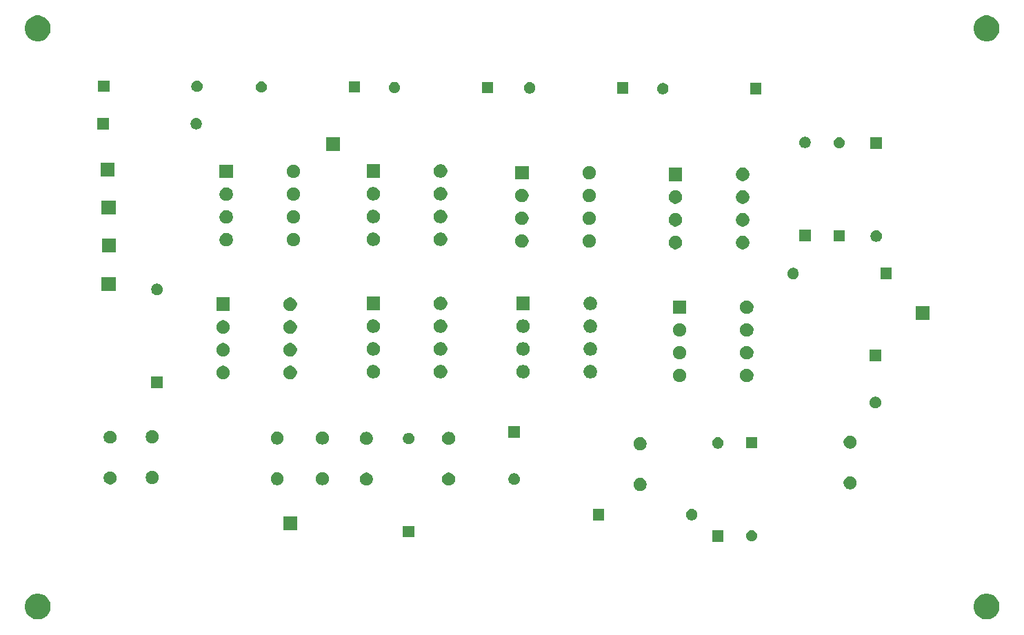
<source format=gbr>
G04 #@! TF.GenerationSoftware,KiCad,Pcbnew,(5.0.1)-3*
G04 #@! TF.CreationDate,2018-11-14T16:56:54-05:00*
G04 #@! TF.ProjectId,folding_amp,666F6C64696E675F616D702E6B696361,rev?*
G04 #@! TF.SameCoordinates,Original*
G04 #@! TF.FileFunction,Soldermask,Bot*
G04 #@! TF.FilePolarity,Negative*
%FSLAX46Y46*%
G04 Gerber Fmt 4.6, Leading zero omitted, Abs format (unit mm)*
G04 Created by KiCad (PCBNEW (5.0.1)-3) date 11/14/2018 4:56:54 PM*
%MOMM*%
%LPD*%
G01*
G04 APERTURE LIST*
%ADD10C,0.100000*%
G04 APERTURE END LIST*
D10*
G36*
X144313054Y-96373506D02*
X144313056Y-96373507D01*
X144313057Y-96373507D01*
X144419777Y-96417712D01*
X144601964Y-96493176D01*
X144861975Y-96666910D01*
X145083090Y-96888025D01*
X145256824Y-97148036D01*
X145376494Y-97436946D01*
X145437500Y-97743643D01*
X145437500Y-98056357D01*
X145376494Y-98363054D01*
X145256824Y-98651964D01*
X145083090Y-98911975D01*
X144861975Y-99133090D01*
X144601964Y-99306824D01*
X144419777Y-99382288D01*
X144313057Y-99426493D01*
X144313056Y-99426493D01*
X144313054Y-99426494D01*
X144006357Y-99487500D01*
X143693643Y-99487500D01*
X143386946Y-99426494D01*
X143386944Y-99426493D01*
X143386943Y-99426493D01*
X143280223Y-99382288D01*
X143098036Y-99306824D01*
X142838025Y-99133090D01*
X142616910Y-98911975D01*
X142443176Y-98651964D01*
X142323506Y-98363054D01*
X142262500Y-98056357D01*
X142262500Y-97743643D01*
X142323506Y-97436946D01*
X142443176Y-97148036D01*
X142616910Y-96888025D01*
X142838025Y-96666910D01*
X143098036Y-96493176D01*
X143280223Y-96417712D01*
X143386943Y-96373507D01*
X143386944Y-96373507D01*
X143386946Y-96373506D01*
X143693643Y-96312500D01*
X144006357Y-96312500D01*
X144313054Y-96373506D01*
X144313054Y-96373506D01*
G37*
G36*
X27813054Y-96373506D02*
X27813056Y-96373507D01*
X27813057Y-96373507D01*
X27919777Y-96417712D01*
X28101964Y-96493176D01*
X28361975Y-96666910D01*
X28583090Y-96888025D01*
X28756824Y-97148036D01*
X28876494Y-97436946D01*
X28937500Y-97743643D01*
X28937500Y-98056357D01*
X28876494Y-98363054D01*
X28756824Y-98651964D01*
X28583090Y-98911975D01*
X28361975Y-99133090D01*
X28101964Y-99306824D01*
X27919777Y-99382288D01*
X27813057Y-99426493D01*
X27813056Y-99426493D01*
X27813054Y-99426494D01*
X27506357Y-99487500D01*
X27193643Y-99487500D01*
X26886946Y-99426494D01*
X26886944Y-99426493D01*
X26886943Y-99426493D01*
X26780223Y-99382288D01*
X26598036Y-99306824D01*
X26338025Y-99133090D01*
X26116910Y-98911975D01*
X25943176Y-98651964D01*
X25823506Y-98363054D01*
X25762500Y-98056357D01*
X25762500Y-97743643D01*
X25823506Y-97436946D01*
X25943176Y-97148036D01*
X26116910Y-96888025D01*
X26338025Y-96666910D01*
X26598036Y-96493176D01*
X26780223Y-96417712D01*
X26886943Y-96373507D01*
X26886944Y-96373507D01*
X26886946Y-96373506D01*
X27193643Y-96312500D01*
X27506357Y-96312500D01*
X27813054Y-96373506D01*
X27813054Y-96373506D01*
G37*
G36*
X111548500Y-89928500D02*
X110151500Y-89928500D01*
X110151500Y-88531500D01*
X111548500Y-88531500D01*
X111548500Y-89928500D01*
X111548500Y-89928500D01*
G37*
G36*
X115203745Y-88528342D02*
X115330863Y-88580996D01*
X115445271Y-88657441D01*
X115542559Y-88754729D01*
X115619004Y-88869137D01*
X115671658Y-88996255D01*
X115698500Y-89131202D01*
X115698500Y-89268798D01*
X115671658Y-89403745D01*
X115619004Y-89530863D01*
X115542559Y-89645271D01*
X115445271Y-89742559D01*
X115330863Y-89819004D01*
X115203745Y-89871658D01*
X115068798Y-89898500D01*
X114931202Y-89898500D01*
X114796255Y-89871658D01*
X114669137Y-89819004D01*
X114554729Y-89742559D01*
X114457441Y-89645271D01*
X114380996Y-89530863D01*
X114328342Y-89403745D01*
X114301500Y-89268798D01*
X114301500Y-89131202D01*
X114328342Y-88996255D01*
X114380996Y-88869137D01*
X114457441Y-88754729D01*
X114554729Y-88657441D01*
X114669137Y-88580996D01*
X114796255Y-88528342D01*
X114931202Y-88501500D01*
X115068798Y-88501500D01*
X115203745Y-88528342D01*
X115203745Y-88528342D01*
G37*
G36*
X73598500Y-89378500D02*
X72201500Y-89378500D01*
X72201500Y-87981500D01*
X73598500Y-87981500D01*
X73598500Y-89378500D01*
X73598500Y-89378500D01*
G37*
G36*
X59200000Y-88500000D02*
X57500000Y-88500000D01*
X57500000Y-86800000D01*
X59200000Y-86800000D01*
X59200000Y-88500000D01*
X59200000Y-88500000D01*
G37*
G36*
X107853745Y-85928342D02*
X107980863Y-85980996D01*
X108095271Y-86057441D01*
X108192559Y-86154729D01*
X108269004Y-86269137D01*
X108321658Y-86396255D01*
X108348500Y-86531202D01*
X108348500Y-86668798D01*
X108321658Y-86803745D01*
X108269004Y-86930863D01*
X108192559Y-87045271D01*
X108095271Y-87142559D01*
X107980863Y-87219004D01*
X107853745Y-87271658D01*
X107718798Y-87298500D01*
X107581202Y-87298500D01*
X107446255Y-87271658D01*
X107319137Y-87219004D01*
X107204729Y-87142559D01*
X107107441Y-87045271D01*
X107030996Y-86930863D01*
X106978342Y-86803745D01*
X106951500Y-86668798D01*
X106951500Y-86531202D01*
X106978342Y-86396255D01*
X107030996Y-86269137D01*
X107107441Y-86154729D01*
X107204729Y-86057441D01*
X107319137Y-85980996D01*
X107446255Y-85928342D01*
X107581202Y-85901500D01*
X107718798Y-85901500D01*
X107853745Y-85928342D01*
X107853745Y-85928342D01*
G37*
G36*
X96918500Y-87298500D02*
X95521500Y-87298500D01*
X95521500Y-85901500D01*
X96918500Y-85901500D01*
X96918500Y-87298500D01*
X96918500Y-87298500D01*
G37*
G36*
X101533352Y-82130743D02*
X101678941Y-82191048D01*
X101809973Y-82278601D01*
X101921399Y-82390027D01*
X102008952Y-82521059D01*
X102069257Y-82666648D01*
X102100000Y-82821205D01*
X102100000Y-82978795D01*
X102069257Y-83133352D01*
X102008952Y-83278941D01*
X101921399Y-83409973D01*
X101809973Y-83521399D01*
X101678941Y-83608952D01*
X101533352Y-83669257D01*
X101378795Y-83700000D01*
X101221205Y-83700000D01*
X101066648Y-83669257D01*
X100921059Y-83608952D01*
X100790027Y-83521399D01*
X100678601Y-83409973D01*
X100591048Y-83278941D01*
X100530743Y-83133352D01*
X100500000Y-82978795D01*
X100500000Y-82821205D01*
X100530743Y-82666648D01*
X100591048Y-82521059D01*
X100678601Y-82390027D01*
X100790027Y-82278601D01*
X100921059Y-82191048D01*
X101066648Y-82130743D01*
X101221205Y-82100000D01*
X101378795Y-82100000D01*
X101533352Y-82130743D01*
X101533352Y-82130743D01*
G37*
G36*
X127333352Y-81930743D02*
X127478941Y-81991048D01*
X127609973Y-82078601D01*
X127721399Y-82190027D01*
X127808952Y-82321059D01*
X127869257Y-82466648D01*
X127900000Y-82621205D01*
X127900000Y-82778795D01*
X127869257Y-82933352D01*
X127808952Y-83078941D01*
X127721399Y-83209973D01*
X127609973Y-83321399D01*
X127478941Y-83408952D01*
X127333352Y-83469257D01*
X127178795Y-83500000D01*
X127021205Y-83500000D01*
X126866648Y-83469257D01*
X126721059Y-83408952D01*
X126590027Y-83321399D01*
X126478601Y-83209973D01*
X126391048Y-83078941D01*
X126330743Y-82933352D01*
X126300000Y-82778795D01*
X126300000Y-82621205D01*
X126330743Y-82466648D01*
X126391048Y-82321059D01*
X126478601Y-82190027D01*
X126590027Y-82078601D01*
X126721059Y-81991048D01*
X126866648Y-81930743D01*
X127021205Y-81900000D01*
X127178795Y-81900000D01*
X127333352Y-81930743D01*
X127333352Y-81930743D01*
G37*
G36*
X67933352Y-81480743D02*
X68078941Y-81541048D01*
X68209973Y-81628601D01*
X68321399Y-81740027D01*
X68408952Y-81871059D01*
X68469257Y-82016648D01*
X68500000Y-82171205D01*
X68500000Y-82328795D01*
X68469257Y-82483352D01*
X68408952Y-82628941D01*
X68321399Y-82759973D01*
X68209973Y-82871399D01*
X68078941Y-82958952D01*
X67933352Y-83019257D01*
X67778795Y-83050000D01*
X67621205Y-83050000D01*
X67466648Y-83019257D01*
X67321059Y-82958952D01*
X67190027Y-82871399D01*
X67078601Y-82759973D01*
X66991048Y-82628941D01*
X66930743Y-82483352D01*
X66900000Y-82328795D01*
X66900000Y-82171205D01*
X66930743Y-82016648D01*
X66991048Y-81871059D01*
X67078601Y-81740027D01*
X67190027Y-81628601D01*
X67321059Y-81541048D01*
X67466648Y-81480743D01*
X67621205Y-81450000D01*
X67778795Y-81450000D01*
X67933352Y-81480743D01*
X67933352Y-81480743D01*
G37*
G36*
X78033352Y-81480743D02*
X78178941Y-81541048D01*
X78309973Y-81628601D01*
X78421399Y-81740027D01*
X78508952Y-81871059D01*
X78569257Y-82016648D01*
X78600000Y-82171205D01*
X78600000Y-82328795D01*
X78569257Y-82483352D01*
X78508952Y-82628941D01*
X78421399Y-82759973D01*
X78309973Y-82871399D01*
X78178941Y-82958952D01*
X78033352Y-83019257D01*
X77878795Y-83050000D01*
X77721205Y-83050000D01*
X77566648Y-83019257D01*
X77421059Y-82958952D01*
X77290027Y-82871399D01*
X77178601Y-82759973D01*
X77091048Y-82628941D01*
X77030743Y-82483352D01*
X77000000Y-82328795D01*
X77000000Y-82171205D01*
X77030743Y-82016648D01*
X77091048Y-81871059D01*
X77178601Y-81740027D01*
X77290027Y-81628601D01*
X77421059Y-81541048D01*
X77566648Y-81480743D01*
X77721205Y-81450000D01*
X77878795Y-81450000D01*
X78033352Y-81480743D01*
X78033352Y-81480743D01*
G37*
G36*
X62533352Y-81430743D02*
X62678941Y-81491048D01*
X62809973Y-81578601D01*
X62921399Y-81690027D01*
X63008952Y-81821059D01*
X63069257Y-81966648D01*
X63100000Y-82121205D01*
X63100000Y-82278795D01*
X63069257Y-82433352D01*
X63008952Y-82578941D01*
X62921399Y-82709973D01*
X62809973Y-82821399D01*
X62678941Y-82908952D01*
X62533352Y-82969257D01*
X62378795Y-83000000D01*
X62221205Y-83000000D01*
X62066648Y-82969257D01*
X61921059Y-82908952D01*
X61790027Y-82821399D01*
X61678601Y-82709973D01*
X61591048Y-82578941D01*
X61530743Y-82433352D01*
X61500000Y-82278795D01*
X61500000Y-82121205D01*
X61530743Y-81966648D01*
X61591048Y-81821059D01*
X61678601Y-81690027D01*
X61790027Y-81578601D01*
X61921059Y-81491048D01*
X62066648Y-81430743D01*
X62221205Y-81400000D01*
X62378795Y-81400000D01*
X62533352Y-81430743D01*
X62533352Y-81430743D01*
G37*
G36*
X56983352Y-81430743D02*
X57128941Y-81491048D01*
X57259973Y-81578601D01*
X57371399Y-81690027D01*
X57458952Y-81821059D01*
X57519257Y-81966648D01*
X57550000Y-82121205D01*
X57550000Y-82278795D01*
X57519257Y-82433352D01*
X57458952Y-82578941D01*
X57371399Y-82709973D01*
X57259973Y-82821399D01*
X57128941Y-82908952D01*
X56983352Y-82969257D01*
X56828795Y-83000000D01*
X56671205Y-83000000D01*
X56516648Y-82969257D01*
X56371059Y-82908952D01*
X56240027Y-82821399D01*
X56128601Y-82709973D01*
X56041048Y-82578941D01*
X55980743Y-82433352D01*
X55950000Y-82278795D01*
X55950000Y-82121205D01*
X55980743Y-81966648D01*
X56041048Y-81821059D01*
X56128601Y-81690027D01*
X56240027Y-81578601D01*
X56371059Y-81491048D01*
X56516648Y-81430743D01*
X56671205Y-81400000D01*
X56828795Y-81400000D01*
X56983352Y-81430743D01*
X56983352Y-81430743D01*
G37*
G36*
X86057450Y-81566131D02*
X86186878Y-81619742D01*
X86303366Y-81697577D01*
X86402423Y-81796634D01*
X86480258Y-81913122D01*
X86533869Y-82042550D01*
X86561200Y-82179952D01*
X86561200Y-82320048D01*
X86533869Y-82457450D01*
X86480258Y-82586878D01*
X86402423Y-82703366D01*
X86303366Y-82802423D01*
X86186878Y-82880258D01*
X86057450Y-82933869D01*
X85920048Y-82961200D01*
X85779952Y-82961200D01*
X85642550Y-82933869D01*
X85513122Y-82880258D01*
X85396634Y-82802423D01*
X85297577Y-82703366D01*
X85219742Y-82586878D01*
X85166131Y-82457450D01*
X85138800Y-82320048D01*
X85138800Y-82179952D01*
X85166131Y-82042550D01*
X85219742Y-81913122D01*
X85297577Y-81796634D01*
X85396634Y-81697577D01*
X85513122Y-81619742D01*
X85642550Y-81566131D01*
X85779952Y-81538800D01*
X85920048Y-81538800D01*
X86057450Y-81566131D01*
X86057450Y-81566131D01*
G37*
G36*
X36483352Y-81330743D02*
X36628941Y-81391048D01*
X36759973Y-81478601D01*
X36871399Y-81590027D01*
X36958952Y-81721059D01*
X37019257Y-81866648D01*
X37050000Y-82021205D01*
X37050000Y-82178795D01*
X37019257Y-82333352D01*
X36958952Y-82478941D01*
X36871399Y-82609973D01*
X36759973Y-82721399D01*
X36628941Y-82808952D01*
X36483352Y-82869257D01*
X36328795Y-82900000D01*
X36171205Y-82900000D01*
X36016648Y-82869257D01*
X35871059Y-82808952D01*
X35740027Y-82721399D01*
X35628601Y-82609973D01*
X35541048Y-82478941D01*
X35480743Y-82333352D01*
X35450000Y-82178795D01*
X35450000Y-82021205D01*
X35480743Y-81866648D01*
X35541048Y-81721059D01*
X35628601Y-81590027D01*
X35740027Y-81478601D01*
X35871059Y-81391048D01*
X36016648Y-81330743D01*
X36171205Y-81300000D01*
X36328795Y-81300000D01*
X36483352Y-81330743D01*
X36483352Y-81330743D01*
G37*
G36*
X41633352Y-81280743D02*
X41778941Y-81341048D01*
X41909973Y-81428601D01*
X42021399Y-81540027D01*
X42108952Y-81671059D01*
X42169257Y-81816648D01*
X42200000Y-81971205D01*
X42200000Y-82128795D01*
X42169257Y-82283352D01*
X42108952Y-82428941D01*
X42021399Y-82559973D01*
X41909973Y-82671399D01*
X41778941Y-82758952D01*
X41633352Y-82819257D01*
X41478795Y-82850000D01*
X41321205Y-82850000D01*
X41166648Y-82819257D01*
X41021059Y-82758952D01*
X40890027Y-82671399D01*
X40778601Y-82559973D01*
X40691048Y-82428941D01*
X40630743Y-82283352D01*
X40600000Y-82128795D01*
X40600000Y-81971205D01*
X40630743Y-81816648D01*
X40691048Y-81671059D01*
X40778601Y-81540027D01*
X40890027Y-81428601D01*
X41021059Y-81341048D01*
X41166648Y-81280743D01*
X41321205Y-81250000D01*
X41478795Y-81250000D01*
X41633352Y-81280743D01*
X41633352Y-81280743D01*
G37*
G36*
X101533352Y-77130743D02*
X101678941Y-77191048D01*
X101809973Y-77278601D01*
X101921399Y-77390027D01*
X102008952Y-77521059D01*
X102069257Y-77666648D01*
X102100000Y-77821205D01*
X102100000Y-77978795D01*
X102069257Y-78133352D01*
X102008952Y-78278941D01*
X101921399Y-78409973D01*
X101809973Y-78521399D01*
X101678941Y-78608952D01*
X101533352Y-78669257D01*
X101378795Y-78700000D01*
X101221205Y-78700000D01*
X101066648Y-78669257D01*
X100921059Y-78608952D01*
X100790027Y-78521399D01*
X100678601Y-78409973D01*
X100591048Y-78278941D01*
X100530743Y-78133352D01*
X100500000Y-77978795D01*
X100500000Y-77821205D01*
X100530743Y-77666648D01*
X100591048Y-77521059D01*
X100678601Y-77390027D01*
X100790027Y-77278601D01*
X100921059Y-77191048D01*
X101066648Y-77130743D01*
X101221205Y-77100000D01*
X101378795Y-77100000D01*
X101533352Y-77130743D01*
X101533352Y-77130743D01*
G37*
G36*
X127333352Y-76930743D02*
X127478941Y-76991048D01*
X127609973Y-77078601D01*
X127721399Y-77190027D01*
X127808952Y-77321059D01*
X127869257Y-77466648D01*
X127900000Y-77621205D01*
X127900000Y-77778795D01*
X127869257Y-77933352D01*
X127808952Y-78078941D01*
X127721399Y-78209973D01*
X127609973Y-78321399D01*
X127478941Y-78408952D01*
X127333352Y-78469257D01*
X127178795Y-78500000D01*
X127021205Y-78500000D01*
X126866648Y-78469257D01*
X126721059Y-78408952D01*
X126590027Y-78321399D01*
X126478601Y-78209973D01*
X126391048Y-78078941D01*
X126330743Y-77933352D01*
X126300000Y-77778795D01*
X126300000Y-77621205D01*
X126330743Y-77466648D01*
X126391048Y-77321059D01*
X126478601Y-77190027D01*
X126590027Y-77078601D01*
X126721059Y-76991048D01*
X126866648Y-76930743D01*
X127021205Y-76900000D01*
X127178795Y-76900000D01*
X127333352Y-76930743D01*
X127333352Y-76930743D01*
G37*
G36*
X111053745Y-77128342D02*
X111180863Y-77180996D01*
X111295271Y-77257441D01*
X111392559Y-77354729D01*
X111469004Y-77469137D01*
X111521658Y-77596255D01*
X111548500Y-77731202D01*
X111548500Y-77868798D01*
X111521658Y-78003745D01*
X111469004Y-78130863D01*
X111392559Y-78245271D01*
X111295271Y-78342559D01*
X111180863Y-78419004D01*
X111053745Y-78471658D01*
X110918798Y-78498500D01*
X110781202Y-78498500D01*
X110646255Y-78471658D01*
X110519137Y-78419004D01*
X110404729Y-78342559D01*
X110307441Y-78245271D01*
X110230996Y-78130863D01*
X110178342Y-78003745D01*
X110151500Y-77868798D01*
X110151500Y-77731202D01*
X110178342Y-77596255D01*
X110230996Y-77469137D01*
X110307441Y-77354729D01*
X110404729Y-77257441D01*
X110519137Y-77180996D01*
X110646255Y-77128342D01*
X110781202Y-77101500D01*
X110918798Y-77101500D01*
X111053745Y-77128342D01*
X111053745Y-77128342D01*
G37*
G36*
X115698500Y-78468500D02*
X114301500Y-78468500D01*
X114301500Y-77071500D01*
X115698500Y-77071500D01*
X115698500Y-78468500D01*
X115698500Y-78468500D01*
G37*
G36*
X78033352Y-76480743D02*
X78178941Y-76541048D01*
X78309973Y-76628601D01*
X78421399Y-76740027D01*
X78508952Y-76871059D01*
X78569257Y-77016648D01*
X78600000Y-77171205D01*
X78600000Y-77328795D01*
X78569257Y-77483352D01*
X78508952Y-77628941D01*
X78421399Y-77759973D01*
X78309973Y-77871399D01*
X78178941Y-77958952D01*
X78033352Y-78019257D01*
X77878795Y-78050000D01*
X77721205Y-78050000D01*
X77566648Y-78019257D01*
X77421059Y-77958952D01*
X77290027Y-77871399D01*
X77178601Y-77759973D01*
X77091048Y-77628941D01*
X77030743Y-77483352D01*
X77000000Y-77328795D01*
X77000000Y-77171205D01*
X77030743Y-77016648D01*
X77091048Y-76871059D01*
X77178601Y-76740027D01*
X77290027Y-76628601D01*
X77421059Y-76541048D01*
X77566648Y-76480743D01*
X77721205Y-76450000D01*
X77878795Y-76450000D01*
X78033352Y-76480743D01*
X78033352Y-76480743D01*
G37*
G36*
X67933352Y-76480743D02*
X68078941Y-76541048D01*
X68209973Y-76628601D01*
X68321399Y-76740027D01*
X68408952Y-76871059D01*
X68469257Y-77016648D01*
X68500000Y-77171205D01*
X68500000Y-77328795D01*
X68469257Y-77483352D01*
X68408952Y-77628941D01*
X68321399Y-77759973D01*
X68209973Y-77871399D01*
X68078941Y-77958952D01*
X67933352Y-78019257D01*
X67778795Y-78050000D01*
X67621205Y-78050000D01*
X67466648Y-78019257D01*
X67321059Y-77958952D01*
X67190027Y-77871399D01*
X67078601Y-77759973D01*
X66991048Y-77628941D01*
X66930743Y-77483352D01*
X66900000Y-77328795D01*
X66900000Y-77171205D01*
X66930743Y-77016648D01*
X66991048Y-76871059D01*
X67078601Y-76740027D01*
X67190027Y-76628601D01*
X67321059Y-76541048D01*
X67466648Y-76480743D01*
X67621205Y-76450000D01*
X67778795Y-76450000D01*
X67933352Y-76480743D01*
X67933352Y-76480743D01*
G37*
G36*
X56983352Y-76430743D02*
X57128941Y-76491048D01*
X57259973Y-76578601D01*
X57371399Y-76690027D01*
X57458952Y-76821059D01*
X57519257Y-76966648D01*
X57550000Y-77121205D01*
X57550000Y-77278795D01*
X57519257Y-77433352D01*
X57458952Y-77578941D01*
X57371399Y-77709973D01*
X57259973Y-77821399D01*
X57128941Y-77908952D01*
X56983352Y-77969257D01*
X56828795Y-78000000D01*
X56671205Y-78000000D01*
X56516648Y-77969257D01*
X56371059Y-77908952D01*
X56240027Y-77821399D01*
X56128601Y-77709973D01*
X56041048Y-77578941D01*
X55980743Y-77433352D01*
X55950000Y-77278795D01*
X55950000Y-77121205D01*
X55980743Y-76966648D01*
X56041048Y-76821059D01*
X56128601Y-76690027D01*
X56240027Y-76578601D01*
X56371059Y-76491048D01*
X56516648Y-76430743D01*
X56671205Y-76400000D01*
X56828795Y-76400000D01*
X56983352Y-76430743D01*
X56983352Y-76430743D01*
G37*
G36*
X62533352Y-76430743D02*
X62678941Y-76491048D01*
X62809973Y-76578601D01*
X62921399Y-76690027D01*
X63008952Y-76821059D01*
X63069257Y-76966648D01*
X63100000Y-77121205D01*
X63100000Y-77278795D01*
X63069257Y-77433352D01*
X63008952Y-77578941D01*
X62921399Y-77709973D01*
X62809973Y-77821399D01*
X62678941Y-77908952D01*
X62533352Y-77969257D01*
X62378795Y-78000000D01*
X62221205Y-78000000D01*
X62066648Y-77969257D01*
X61921059Y-77908952D01*
X61790027Y-77821399D01*
X61678601Y-77709973D01*
X61591048Y-77578941D01*
X61530743Y-77433352D01*
X61500000Y-77278795D01*
X61500000Y-77121205D01*
X61530743Y-76966648D01*
X61591048Y-76821059D01*
X61678601Y-76690027D01*
X61790027Y-76578601D01*
X61921059Y-76491048D01*
X62066648Y-76430743D01*
X62221205Y-76400000D01*
X62378795Y-76400000D01*
X62533352Y-76430743D01*
X62533352Y-76430743D01*
G37*
G36*
X73103745Y-76578342D02*
X73230863Y-76630996D01*
X73345271Y-76707441D01*
X73442559Y-76804729D01*
X73519004Y-76919137D01*
X73571658Y-77046255D01*
X73598500Y-77181202D01*
X73598500Y-77318798D01*
X73571658Y-77453745D01*
X73519004Y-77580863D01*
X73442559Y-77695271D01*
X73345271Y-77792559D01*
X73230863Y-77869004D01*
X73103745Y-77921658D01*
X72968798Y-77948500D01*
X72831202Y-77948500D01*
X72696255Y-77921658D01*
X72569137Y-77869004D01*
X72454729Y-77792559D01*
X72357441Y-77695271D01*
X72280996Y-77580863D01*
X72228342Y-77453745D01*
X72201500Y-77318798D01*
X72201500Y-77181202D01*
X72228342Y-77046255D01*
X72280996Y-76919137D01*
X72357441Y-76804729D01*
X72454729Y-76707441D01*
X72569137Y-76630996D01*
X72696255Y-76578342D01*
X72831202Y-76551500D01*
X72968798Y-76551500D01*
X73103745Y-76578342D01*
X73103745Y-76578342D01*
G37*
G36*
X36483352Y-76330743D02*
X36628941Y-76391048D01*
X36759973Y-76478601D01*
X36871399Y-76590027D01*
X36958952Y-76721059D01*
X37019257Y-76866648D01*
X37050000Y-77021205D01*
X37050000Y-77178795D01*
X37019257Y-77333352D01*
X36958952Y-77478941D01*
X36871399Y-77609973D01*
X36759973Y-77721399D01*
X36628941Y-77808952D01*
X36483352Y-77869257D01*
X36328795Y-77900000D01*
X36171205Y-77900000D01*
X36016648Y-77869257D01*
X35871059Y-77808952D01*
X35740027Y-77721399D01*
X35628601Y-77609973D01*
X35541048Y-77478941D01*
X35480743Y-77333352D01*
X35450000Y-77178795D01*
X35450000Y-77021205D01*
X35480743Y-76866648D01*
X35541048Y-76721059D01*
X35628601Y-76590027D01*
X35740027Y-76478601D01*
X35871059Y-76391048D01*
X36016648Y-76330743D01*
X36171205Y-76300000D01*
X36328795Y-76300000D01*
X36483352Y-76330743D01*
X36483352Y-76330743D01*
G37*
G36*
X41633352Y-76280743D02*
X41778941Y-76341048D01*
X41909973Y-76428601D01*
X42021399Y-76540027D01*
X42108952Y-76671059D01*
X42169257Y-76816648D01*
X42200000Y-76971205D01*
X42200000Y-77128795D01*
X42169257Y-77283352D01*
X42108952Y-77428941D01*
X42021399Y-77559973D01*
X41909973Y-77671399D01*
X41778941Y-77758952D01*
X41633352Y-77819257D01*
X41478795Y-77850000D01*
X41321205Y-77850000D01*
X41166648Y-77819257D01*
X41021059Y-77758952D01*
X40890027Y-77671399D01*
X40778601Y-77559973D01*
X40691048Y-77428941D01*
X40630743Y-77283352D01*
X40600000Y-77128795D01*
X40600000Y-76971205D01*
X40630743Y-76816648D01*
X40691048Y-76671059D01*
X40778601Y-76540027D01*
X40890027Y-76428601D01*
X41021059Y-76341048D01*
X41166648Y-76280743D01*
X41321205Y-76250000D01*
X41478795Y-76250000D01*
X41633352Y-76280743D01*
X41633352Y-76280743D01*
G37*
G36*
X86561200Y-77170000D02*
X85138800Y-77170000D01*
X85138800Y-75747600D01*
X86561200Y-75747600D01*
X86561200Y-77170000D01*
X86561200Y-77170000D01*
G37*
G36*
X130407450Y-72166131D02*
X130536878Y-72219742D01*
X130653366Y-72297577D01*
X130752423Y-72396634D01*
X130830258Y-72513122D01*
X130883869Y-72642550D01*
X130911200Y-72779952D01*
X130911200Y-72920048D01*
X130883869Y-73057450D01*
X130830258Y-73186878D01*
X130752423Y-73303366D01*
X130653366Y-73402423D01*
X130536878Y-73480258D01*
X130407450Y-73533869D01*
X130270048Y-73561200D01*
X130129952Y-73561200D01*
X129992550Y-73533869D01*
X129863122Y-73480258D01*
X129746634Y-73402423D01*
X129647577Y-73303366D01*
X129569742Y-73186878D01*
X129516131Y-73057450D01*
X129488800Y-72920048D01*
X129488800Y-72779952D01*
X129516131Y-72642550D01*
X129569742Y-72513122D01*
X129647577Y-72396634D01*
X129746634Y-72297577D01*
X129863122Y-72219742D01*
X129992550Y-72166131D01*
X130129952Y-72138800D01*
X130270048Y-72138800D01*
X130407450Y-72166131D01*
X130407450Y-72166131D01*
G37*
G36*
X42698500Y-71078500D02*
X41301500Y-71078500D01*
X41301500Y-69681500D01*
X42698500Y-69681500D01*
X42698500Y-71078500D01*
X42698500Y-71078500D01*
G37*
G36*
X114640787Y-68706223D02*
X114791022Y-68768452D01*
X114926228Y-68858794D01*
X115041206Y-68973772D01*
X115131548Y-69108978D01*
X115193777Y-69259213D01*
X115225500Y-69418694D01*
X115225500Y-69581306D01*
X115193777Y-69740787D01*
X115131548Y-69891022D01*
X115041206Y-70026228D01*
X114926228Y-70141206D01*
X114791022Y-70231548D01*
X114640787Y-70293777D01*
X114481306Y-70325500D01*
X114318694Y-70325500D01*
X114159213Y-70293777D01*
X114008978Y-70231548D01*
X113873772Y-70141206D01*
X113758794Y-70026228D01*
X113668452Y-69891022D01*
X113606223Y-69740787D01*
X113574500Y-69581306D01*
X113574500Y-69418694D01*
X113606223Y-69259213D01*
X113668452Y-69108978D01*
X113758794Y-68973772D01*
X113873772Y-68858794D01*
X114008978Y-68768452D01*
X114159213Y-68706223D01*
X114318694Y-68674500D01*
X114481306Y-68674500D01*
X114640787Y-68706223D01*
X114640787Y-68706223D01*
G37*
G36*
X106385787Y-68706223D02*
X106536022Y-68768452D01*
X106671228Y-68858794D01*
X106786206Y-68973772D01*
X106876548Y-69108978D01*
X106938777Y-69259213D01*
X106970500Y-69418694D01*
X106970500Y-69581306D01*
X106938777Y-69740787D01*
X106876548Y-69891022D01*
X106786206Y-70026228D01*
X106671228Y-70141206D01*
X106536022Y-70231548D01*
X106385787Y-70293777D01*
X106226306Y-70325500D01*
X106063694Y-70325500D01*
X105904213Y-70293777D01*
X105753978Y-70231548D01*
X105618772Y-70141206D01*
X105503794Y-70026228D01*
X105413452Y-69891022D01*
X105351223Y-69740787D01*
X105319500Y-69581306D01*
X105319500Y-69418694D01*
X105351223Y-69259213D01*
X105413452Y-69108978D01*
X105503794Y-68973772D01*
X105618772Y-68858794D01*
X105753978Y-68768452D01*
X105904213Y-68706223D01*
X106063694Y-68674500D01*
X106226306Y-68674500D01*
X106385787Y-68706223D01*
X106385787Y-68706223D01*
G37*
G36*
X58590787Y-68356223D02*
X58741022Y-68418452D01*
X58876228Y-68508794D01*
X58991206Y-68623772D01*
X59081548Y-68758978D01*
X59143777Y-68909213D01*
X59175500Y-69068694D01*
X59175500Y-69231306D01*
X59143777Y-69390787D01*
X59081548Y-69541022D01*
X58991206Y-69676228D01*
X58876228Y-69791206D01*
X58741022Y-69881548D01*
X58590787Y-69943777D01*
X58431306Y-69975500D01*
X58268694Y-69975500D01*
X58109213Y-69943777D01*
X57958978Y-69881548D01*
X57823772Y-69791206D01*
X57708794Y-69676228D01*
X57618452Y-69541022D01*
X57556223Y-69390787D01*
X57524500Y-69231306D01*
X57524500Y-69068694D01*
X57556223Y-68909213D01*
X57618452Y-68758978D01*
X57708794Y-68623772D01*
X57823772Y-68508794D01*
X57958978Y-68418452D01*
X58109213Y-68356223D01*
X58268694Y-68324500D01*
X58431306Y-68324500D01*
X58590787Y-68356223D01*
X58590787Y-68356223D01*
G37*
G36*
X50335787Y-68356223D02*
X50486022Y-68418452D01*
X50621228Y-68508794D01*
X50736206Y-68623772D01*
X50826548Y-68758978D01*
X50888777Y-68909213D01*
X50920500Y-69068694D01*
X50920500Y-69231306D01*
X50888777Y-69390787D01*
X50826548Y-69541022D01*
X50736206Y-69676228D01*
X50621228Y-69791206D01*
X50486022Y-69881548D01*
X50335787Y-69943777D01*
X50176306Y-69975500D01*
X50013694Y-69975500D01*
X49854213Y-69943777D01*
X49703978Y-69881548D01*
X49568772Y-69791206D01*
X49453794Y-69676228D01*
X49363452Y-69541022D01*
X49301223Y-69390787D01*
X49269500Y-69231306D01*
X49269500Y-69068694D01*
X49301223Y-68909213D01*
X49363452Y-68758978D01*
X49453794Y-68623772D01*
X49568772Y-68508794D01*
X49703978Y-68418452D01*
X49854213Y-68356223D01*
X50013694Y-68324500D01*
X50176306Y-68324500D01*
X50335787Y-68356223D01*
X50335787Y-68356223D01*
G37*
G36*
X95440787Y-68256223D02*
X95591022Y-68318452D01*
X95726228Y-68408794D01*
X95841206Y-68523772D01*
X95931548Y-68658978D01*
X95993777Y-68809213D01*
X96025500Y-68968694D01*
X96025500Y-69131306D01*
X95993777Y-69290787D01*
X95931548Y-69441022D01*
X95841206Y-69576228D01*
X95726228Y-69691206D01*
X95591022Y-69781548D01*
X95440787Y-69843777D01*
X95281306Y-69875500D01*
X95118694Y-69875500D01*
X94959213Y-69843777D01*
X94808978Y-69781548D01*
X94673772Y-69691206D01*
X94558794Y-69576228D01*
X94468452Y-69441022D01*
X94406223Y-69290787D01*
X94374500Y-69131306D01*
X94374500Y-68968694D01*
X94406223Y-68809213D01*
X94468452Y-68658978D01*
X94558794Y-68523772D01*
X94673772Y-68408794D01*
X94808978Y-68318452D01*
X94959213Y-68256223D01*
X95118694Y-68224500D01*
X95281306Y-68224500D01*
X95440787Y-68256223D01*
X95440787Y-68256223D01*
G37*
G36*
X87185787Y-68256223D02*
X87336022Y-68318452D01*
X87471228Y-68408794D01*
X87586206Y-68523772D01*
X87676548Y-68658978D01*
X87738777Y-68809213D01*
X87770500Y-68968694D01*
X87770500Y-69131306D01*
X87738777Y-69290787D01*
X87676548Y-69441022D01*
X87586206Y-69576228D01*
X87471228Y-69691206D01*
X87336022Y-69781548D01*
X87185787Y-69843777D01*
X87026306Y-69875500D01*
X86863694Y-69875500D01*
X86704213Y-69843777D01*
X86553978Y-69781548D01*
X86418772Y-69691206D01*
X86303794Y-69576228D01*
X86213452Y-69441022D01*
X86151223Y-69290787D01*
X86119500Y-69131306D01*
X86119500Y-68968694D01*
X86151223Y-68809213D01*
X86213452Y-68658978D01*
X86303794Y-68523772D01*
X86418772Y-68408794D01*
X86553978Y-68318452D01*
X86704213Y-68256223D01*
X86863694Y-68224500D01*
X87026306Y-68224500D01*
X87185787Y-68256223D01*
X87185787Y-68256223D01*
G37*
G36*
X77040787Y-68256223D02*
X77191022Y-68318452D01*
X77326228Y-68408794D01*
X77441206Y-68523772D01*
X77531548Y-68658978D01*
X77593777Y-68809213D01*
X77625500Y-68968694D01*
X77625500Y-69131306D01*
X77593777Y-69290787D01*
X77531548Y-69441022D01*
X77441206Y-69576228D01*
X77326228Y-69691206D01*
X77191022Y-69781548D01*
X77040787Y-69843777D01*
X76881306Y-69875500D01*
X76718694Y-69875500D01*
X76559213Y-69843777D01*
X76408978Y-69781548D01*
X76273772Y-69691206D01*
X76158794Y-69576228D01*
X76068452Y-69441022D01*
X76006223Y-69290787D01*
X75974500Y-69131306D01*
X75974500Y-68968694D01*
X76006223Y-68809213D01*
X76068452Y-68658978D01*
X76158794Y-68523772D01*
X76273772Y-68408794D01*
X76408978Y-68318452D01*
X76559213Y-68256223D01*
X76718694Y-68224500D01*
X76881306Y-68224500D01*
X77040787Y-68256223D01*
X77040787Y-68256223D01*
G37*
G36*
X68785787Y-68256223D02*
X68936022Y-68318452D01*
X69071228Y-68408794D01*
X69186206Y-68523772D01*
X69276548Y-68658978D01*
X69338777Y-68809213D01*
X69370500Y-68968694D01*
X69370500Y-69131306D01*
X69338777Y-69290787D01*
X69276548Y-69441022D01*
X69186206Y-69576228D01*
X69071228Y-69691206D01*
X68936022Y-69781548D01*
X68785787Y-69843777D01*
X68626306Y-69875500D01*
X68463694Y-69875500D01*
X68304213Y-69843777D01*
X68153978Y-69781548D01*
X68018772Y-69691206D01*
X67903794Y-69576228D01*
X67813452Y-69441022D01*
X67751223Y-69290787D01*
X67719500Y-69131306D01*
X67719500Y-68968694D01*
X67751223Y-68809213D01*
X67813452Y-68658978D01*
X67903794Y-68523772D01*
X68018772Y-68408794D01*
X68153978Y-68318452D01*
X68304213Y-68256223D01*
X68463694Y-68224500D01*
X68626306Y-68224500D01*
X68785787Y-68256223D01*
X68785787Y-68256223D01*
G37*
G36*
X130911200Y-67770000D02*
X129488800Y-67770000D01*
X129488800Y-66347600D01*
X130911200Y-66347600D01*
X130911200Y-67770000D01*
X130911200Y-67770000D01*
G37*
G36*
X114640787Y-65912223D02*
X114791022Y-65974452D01*
X114926228Y-66064794D01*
X115041206Y-66179772D01*
X115131548Y-66314978D01*
X115193777Y-66465213D01*
X115225500Y-66624694D01*
X115225500Y-66787306D01*
X115193777Y-66946787D01*
X115131548Y-67097022D01*
X115041206Y-67232228D01*
X114926228Y-67347206D01*
X114791022Y-67437548D01*
X114640787Y-67499777D01*
X114481306Y-67531500D01*
X114318694Y-67531500D01*
X114159213Y-67499777D01*
X114008978Y-67437548D01*
X113873772Y-67347206D01*
X113758794Y-67232228D01*
X113668452Y-67097022D01*
X113606223Y-66946787D01*
X113574500Y-66787306D01*
X113574500Y-66624694D01*
X113606223Y-66465213D01*
X113668452Y-66314978D01*
X113758794Y-66179772D01*
X113873772Y-66064794D01*
X114008978Y-65974452D01*
X114159213Y-65912223D01*
X114318694Y-65880500D01*
X114481306Y-65880500D01*
X114640787Y-65912223D01*
X114640787Y-65912223D01*
G37*
G36*
X106385787Y-65912223D02*
X106536022Y-65974452D01*
X106671228Y-66064794D01*
X106786206Y-66179772D01*
X106876548Y-66314978D01*
X106938777Y-66465213D01*
X106970500Y-66624694D01*
X106970500Y-66787306D01*
X106938777Y-66946787D01*
X106876548Y-67097022D01*
X106786206Y-67232228D01*
X106671228Y-67347206D01*
X106536022Y-67437548D01*
X106385787Y-67499777D01*
X106226306Y-67531500D01*
X106063694Y-67531500D01*
X105904213Y-67499777D01*
X105753978Y-67437548D01*
X105618772Y-67347206D01*
X105503794Y-67232228D01*
X105413452Y-67097022D01*
X105351223Y-66946787D01*
X105319500Y-66787306D01*
X105319500Y-66624694D01*
X105351223Y-66465213D01*
X105413452Y-66314978D01*
X105503794Y-66179772D01*
X105618772Y-66064794D01*
X105753978Y-65974452D01*
X105904213Y-65912223D01*
X106063694Y-65880500D01*
X106226306Y-65880500D01*
X106385787Y-65912223D01*
X106385787Y-65912223D01*
G37*
G36*
X50335787Y-65562223D02*
X50486022Y-65624452D01*
X50621228Y-65714794D01*
X50736206Y-65829772D01*
X50826548Y-65964978D01*
X50888777Y-66115213D01*
X50920500Y-66274694D01*
X50920500Y-66437306D01*
X50888777Y-66596787D01*
X50826548Y-66747022D01*
X50736206Y-66882228D01*
X50621228Y-66997206D01*
X50486022Y-67087548D01*
X50335787Y-67149777D01*
X50176306Y-67181500D01*
X50013694Y-67181500D01*
X49854213Y-67149777D01*
X49703978Y-67087548D01*
X49568772Y-66997206D01*
X49453794Y-66882228D01*
X49363452Y-66747022D01*
X49301223Y-66596787D01*
X49269500Y-66437306D01*
X49269500Y-66274694D01*
X49301223Y-66115213D01*
X49363452Y-65964978D01*
X49453794Y-65829772D01*
X49568772Y-65714794D01*
X49703978Y-65624452D01*
X49854213Y-65562223D01*
X50013694Y-65530500D01*
X50176306Y-65530500D01*
X50335787Y-65562223D01*
X50335787Y-65562223D01*
G37*
G36*
X58590787Y-65562223D02*
X58741022Y-65624452D01*
X58876228Y-65714794D01*
X58991206Y-65829772D01*
X59081548Y-65964978D01*
X59143777Y-66115213D01*
X59175500Y-66274694D01*
X59175500Y-66437306D01*
X59143777Y-66596787D01*
X59081548Y-66747022D01*
X58991206Y-66882228D01*
X58876228Y-66997206D01*
X58741022Y-67087548D01*
X58590787Y-67149777D01*
X58431306Y-67181500D01*
X58268694Y-67181500D01*
X58109213Y-67149777D01*
X57958978Y-67087548D01*
X57823772Y-66997206D01*
X57708794Y-66882228D01*
X57618452Y-66747022D01*
X57556223Y-66596787D01*
X57524500Y-66437306D01*
X57524500Y-66274694D01*
X57556223Y-66115213D01*
X57618452Y-65964978D01*
X57708794Y-65829772D01*
X57823772Y-65714794D01*
X57958978Y-65624452D01*
X58109213Y-65562223D01*
X58268694Y-65530500D01*
X58431306Y-65530500D01*
X58590787Y-65562223D01*
X58590787Y-65562223D01*
G37*
G36*
X95440787Y-65462223D02*
X95591022Y-65524452D01*
X95726228Y-65614794D01*
X95841206Y-65729772D01*
X95931548Y-65864978D01*
X95993777Y-66015213D01*
X96025500Y-66174694D01*
X96025500Y-66337306D01*
X95993777Y-66496787D01*
X95931548Y-66647022D01*
X95841206Y-66782228D01*
X95726228Y-66897206D01*
X95591022Y-66987548D01*
X95440787Y-67049777D01*
X95281306Y-67081500D01*
X95118694Y-67081500D01*
X94959213Y-67049777D01*
X94808978Y-66987548D01*
X94673772Y-66897206D01*
X94558794Y-66782228D01*
X94468452Y-66647022D01*
X94406223Y-66496787D01*
X94374500Y-66337306D01*
X94374500Y-66174694D01*
X94406223Y-66015213D01*
X94468452Y-65864978D01*
X94558794Y-65729772D01*
X94673772Y-65614794D01*
X94808978Y-65524452D01*
X94959213Y-65462223D01*
X95118694Y-65430500D01*
X95281306Y-65430500D01*
X95440787Y-65462223D01*
X95440787Y-65462223D01*
G37*
G36*
X68785787Y-65462223D02*
X68936022Y-65524452D01*
X69071228Y-65614794D01*
X69186206Y-65729772D01*
X69276548Y-65864978D01*
X69338777Y-66015213D01*
X69370500Y-66174694D01*
X69370500Y-66337306D01*
X69338777Y-66496787D01*
X69276548Y-66647022D01*
X69186206Y-66782228D01*
X69071228Y-66897206D01*
X68936022Y-66987548D01*
X68785787Y-67049777D01*
X68626306Y-67081500D01*
X68463694Y-67081500D01*
X68304213Y-67049777D01*
X68153978Y-66987548D01*
X68018772Y-66897206D01*
X67903794Y-66782228D01*
X67813452Y-66647022D01*
X67751223Y-66496787D01*
X67719500Y-66337306D01*
X67719500Y-66174694D01*
X67751223Y-66015213D01*
X67813452Y-65864978D01*
X67903794Y-65729772D01*
X68018772Y-65614794D01*
X68153978Y-65524452D01*
X68304213Y-65462223D01*
X68463694Y-65430500D01*
X68626306Y-65430500D01*
X68785787Y-65462223D01*
X68785787Y-65462223D01*
G37*
G36*
X87185787Y-65462223D02*
X87336022Y-65524452D01*
X87471228Y-65614794D01*
X87586206Y-65729772D01*
X87676548Y-65864978D01*
X87738777Y-66015213D01*
X87770500Y-66174694D01*
X87770500Y-66337306D01*
X87738777Y-66496787D01*
X87676548Y-66647022D01*
X87586206Y-66782228D01*
X87471228Y-66897206D01*
X87336022Y-66987548D01*
X87185787Y-67049777D01*
X87026306Y-67081500D01*
X86863694Y-67081500D01*
X86704213Y-67049777D01*
X86553978Y-66987548D01*
X86418772Y-66897206D01*
X86303794Y-66782228D01*
X86213452Y-66647022D01*
X86151223Y-66496787D01*
X86119500Y-66337306D01*
X86119500Y-66174694D01*
X86151223Y-66015213D01*
X86213452Y-65864978D01*
X86303794Y-65729772D01*
X86418772Y-65614794D01*
X86553978Y-65524452D01*
X86704213Y-65462223D01*
X86863694Y-65430500D01*
X87026306Y-65430500D01*
X87185787Y-65462223D01*
X87185787Y-65462223D01*
G37*
G36*
X77040787Y-65462223D02*
X77191022Y-65524452D01*
X77326228Y-65614794D01*
X77441206Y-65729772D01*
X77531548Y-65864978D01*
X77593777Y-66015213D01*
X77625500Y-66174694D01*
X77625500Y-66337306D01*
X77593777Y-66496787D01*
X77531548Y-66647022D01*
X77441206Y-66782228D01*
X77326228Y-66897206D01*
X77191022Y-66987548D01*
X77040787Y-67049777D01*
X76881306Y-67081500D01*
X76718694Y-67081500D01*
X76559213Y-67049777D01*
X76408978Y-66987548D01*
X76273772Y-66897206D01*
X76158794Y-66782228D01*
X76068452Y-66647022D01*
X76006223Y-66496787D01*
X75974500Y-66337306D01*
X75974500Y-66174694D01*
X76006223Y-66015213D01*
X76068452Y-65864978D01*
X76158794Y-65729772D01*
X76273772Y-65614794D01*
X76408978Y-65524452D01*
X76559213Y-65462223D01*
X76718694Y-65430500D01*
X76881306Y-65430500D01*
X77040787Y-65462223D01*
X77040787Y-65462223D01*
G37*
G36*
X114640787Y-63118223D02*
X114791022Y-63180452D01*
X114926228Y-63270794D01*
X115041206Y-63385772D01*
X115131548Y-63520978D01*
X115193777Y-63671213D01*
X115225500Y-63830694D01*
X115225500Y-63993306D01*
X115193777Y-64152787D01*
X115131548Y-64303022D01*
X115041206Y-64438228D01*
X114926228Y-64553206D01*
X114791022Y-64643548D01*
X114640787Y-64705777D01*
X114481306Y-64737500D01*
X114318694Y-64737500D01*
X114159213Y-64705777D01*
X114008978Y-64643548D01*
X113873772Y-64553206D01*
X113758794Y-64438228D01*
X113668452Y-64303022D01*
X113606223Y-64152787D01*
X113574500Y-63993306D01*
X113574500Y-63830694D01*
X113606223Y-63671213D01*
X113668452Y-63520978D01*
X113758794Y-63385772D01*
X113873772Y-63270794D01*
X114008978Y-63180452D01*
X114159213Y-63118223D01*
X114318694Y-63086500D01*
X114481306Y-63086500D01*
X114640787Y-63118223D01*
X114640787Y-63118223D01*
G37*
G36*
X106385787Y-63118223D02*
X106536022Y-63180452D01*
X106671228Y-63270794D01*
X106786206Y-63385772D01*
X106876548Y-63520978D01*
X106938777Y-63671213D01*
X106970500Y-63830694D01*
X106970500Y-63993306D01*
X106938777Y-64152787D01*
X106876548Y-64303022D01*
X106786206Y-64438228D01*
X106671228Y-64553206D01*
X106536022Y-64643548D01*
X106385787Y-64705777D01*
X106226306Y-64737500D01*
X106063694Y-64737500D01*
X105904213Y-64705777D01*
X105753978Y-64643548D01*
X105618772Y-64553206D01*
X105503794Y-64438228D01*
X105413452Y-64303022D01*
X105351223Y-64152787D01*
X105319500Y-63993306D01*
X105319500Y-63830694D01*
X105351223Y-63671213D01*
X105413452Y-63520978D01*
X105503794Y-63385772D01*
X105618772Y-63270794D01*
X105753978Y-63180452D01*
X105904213Y-63118223D01*
X106063694Y-63086500D01*
X106226306Y-63086500D01*
X106385787Y-63118223D01*
X106385787Y-63118223D01*
G37*
G36*
X50335787Y-62768223D02*
X50486022Y-62830452D01*
X50621228Y-62920794D01*
X50736206Y-63035772D01*
X50826548Y-63170978D01*
X50888777Y-63321213D01*
X50920500Y-63480694D01*
X50920500Y-63643306D01*
X50888777Y-63802787D01*
X50826548Y-63953022D01*
X50736206Y-64088228D01*
X50621228Y-64203206D01*
X50486022Y-64293548D01*
X50335787Y-64355777D01*
X50176306Y-64387500D01*
X50013694Y-64387500D01*
X49854213Y-64355777D01*
X49703978Y-64293548D01*
X49568772Y-64203206D01*
X49453794Y-64088228D01*
X49363452Y-63953022D01*
X49301223Y-63802787D01*
X49269500Y-63643306D01*
X49269500Y-63480694D01*
X49301223Y-63321213D01*
X49363452Y-63170978D01*
X49453794Y-63035772D01*
X49568772Y-62920794D01*
X49703978Y-62830452D01*
X49854213Y-62768223D01*
X50013694Y-62736500D01*
X50176306Y-62736500D01*
X50335787Y-62768223D01*
X50335787Y-62768223D01*
G37*
G36*
X58590787Y-62768223D02*
X58741022Y-62830452D01*
X58876228Y-62920794D01*
X58991206Y-63035772D01*
X59081548Y-63170978D01*
X59143777Y-63321213D01*
X59175500Y-63480694D01*
X59175500Y-63643306D01*
X59143777Y-63802787D01*
X59081548Y-63953022D01*
X58991206Y-64088228D01*
X58876228Y-64203206D01*
X58741022Y-64293548D01*
X58590787Y-64355777D01*
X58431306Y-64387500D01*
X58268694Y-64387500D01*
X58109213Y-64355777D01*
X57958978Y-64293548D01*
X57823772Y-64203206D01*
X57708794Y-64088228D01*
X57618452Y-63953022D01*
X57556223Y-63802787D01*
X57524500Y-63643306D01*
X57524500Y-63480694D01*
X57556223Y-63321213D01*
X57618452Y-63170978D01*
X57708794Y-63035772D01*
X57823772Y-62920794D01*
X57958978Y-62830452D01*
X58109213Y-62768223D01*
X58268694Y-62736500D01*
X58431306Y-62736500D01*
X58590787Y-62768223D01*
X58590787Y-62768223D01*
G37*
G36*
X95440787Y-62668223D02*
X95591022Y-62730452D01*
X95726228Y-62820794D01*
X95841206Y-62935772D01*
X95931548Y-63070978D01*
X95993777Y-63221213D01*
X96025500Y-63380694D01*
X96025500Y-63543306D01*
X95993777Y-63702787D01*
X95931548Y-63853022D01*
X95841206Y-63988228D01*
X95726228Y-64103206D01*
X95591022Y-64193548D01*
X95440787Y-64255777D01*
X95281306Y-64287500D01*
X95118694Y-64287500D01*
X94959213Y-64255777D01*
X94808978Y-64193548D01*
X94673772Y-64103206D01*
X94558794Y-63988228D01*
X94468452Y-63853022D01*
X94406223Y-63702787D01*
X94374500Y-63543306D01*
X94374500Y-63380694D01*
X94406223Y-63221213D01*
X94468452Y-63070978D01*
X94558794Y-62935772D01*
X94673772Y-62820794D01*
X94808978Y-62730452D01*
X94959213Y-62668223D01*
X95118694Y-62636500D01*
X95281306Y-62636500D01*
X95440787Y-62668223D01*
X95440787Y-62668223D01*
G37*
G36*
X68785787Y-62668223D02*
X68936022Y-62730452D01*
X69071228Y-62820794D01*
X69186206Y-62935772D01*
X69276548Y-63070978D01*
X69338777Y-63221213D01*
X69370500Y-63380694D01*
X69370500Y-63543306D01*
X69338777Y-63702787D01*
X69276548Y-63853022D01*
X69186206Y-63988228D01*
X69071228Y-64103206D01*
X68936022Y-64193548D01*
X68785787Y-64255777D01*
X68626306Y-64287500D01*
X68463694Y-64287500D01*
X68304213Y-64255777D01*
X68153978Y-64193548D01*
X68018772Y-64103206D01*
X67903794Y-63988228D01*
X67813452Y-63853022D01*
X67751223Y-63702787D01*
X67719500Y-63543306D01*
X67719500Y-63380694D01*
X67751223Y-63221213D01*
X67813452Y-63070978D01*
X67903794Y-62935772D01*
X68018772Y-62820794D01*
X68153978Y-62730452D01*
X68304213Y-62668223D01*
X68463694Y-62636500D01*
X68626306Y-62636500D01*
X68785787Y-62668223D01*
X68785787Y-62668223D01*
G37*
G36*
X77040787Y-62668223D02*
X77191022Y-62730452D01*
X77326228Y-62820794D01*
X77441206Y-62935772D01*
X77531548Y-63070978D01*
X77593777Y-63221213D01*
X77625500Y-63380694D01*
X77625500Y-63543306D01*
X77593777Y-63702787D01*
X77531548Y-63853022D01*
X77441206Y-63988228D01*
X77326228Y-64103206D01*
X77191022Y-64193548D01*
X77040787Y-64255777D01*
X76881306Y-64287500D01*
X76718694Y-64287500D01*
X76559213Y-64255777D01*
X76408978Y-64193548D01*
X76273772Y-64103206D01*
X76158794Y-63988228D01*
X76068452Y-63853022D01*
X76006223Y-63702787D01*
X75974500Y-63543306D01*
X75974500Y-63380694D01*
X76006223Y-63221213D01*
X76068452Y-63070978D01*
X76158794Y-62935772D01*
X76273772Y-62820794D01*
X76408978Y-62730452D01*
X76559213Y-62668223D01*
X76718694Y-62636500D01*
X76881306Y-62636500D01*
X77040787Y-62668223D01*
X77040787Y-62668223D01*
G37*
G36*
X87185787Y-62668223D02*
X87336022Y-62730452D01*
X87471228Y-62820794D01*
X87586206Y-62935772D01*
X87676548Y-63070978D01*
X87738777Y-63221213D01*
X87770500Y-63380694D01*
X87770500Y-63543306D01*
X87738777Y-63702787D01*
X87676548Y-63853022D01*
X87586206Y-63988228D01*
X87471228Y-64103206D01*
X87336022Y-64193548D01*
X87185787Y-64255777D01*
X87026306Y-64287500D01*
X86863694Y-64287500D01*
X86704213Y-64255777D01*
X86553978Y-64193548D01*
X86418772Y-64103206D01*
X86303794Y-63988228D01*
X86213452Y-63853022D01*
X86151223Y-63702787D01*
X86119500Y-63543306D01*
X86119500Y-63380694D01*
X86151223Y-63221213D01*
X86213452Y-63070978D01*
X86303794Y-62935772D01*
X86418772Y-62820794D01*
X86553978Y-62730452D01*
X86704213Y-62668223D01*
X86863694Y-62636500D01*
X87026306Y-62636500D01*
X87185787Y-62668223D01*
X87185787Y-62668223D01*
G37*
G36*
X136850000Y-62700000D02*
X135150000Y-62700000D01*
X135150000Y-61000000D01*
X136850000Y-61000000D01*
X136850000Y-62700000D01*
X136850000Y-62700000D01*
G37*
G36*
X114640787Y-60324223D02*
X114791022Y-60386452D01*
X114926228Y-60476794D01*
X115041206Y-60591772D01*
X115131548Y-60726978D01*
X115193777Y-60877213D01*
X115225500Y-61036694D01*
X115225500Y-61199306D01*
X115193777Y-61358787D01*
X115131548Y-61509022D01*
X115041206Y-61644228D01*
X114926228Y-61759206D01*
X114791022Y-61849548D01*
X114640787Y-61911777D01*
X114481306Y-61943500D01*
X114318694Y-61943500D01*
X114159213Y-61911777D01*
X114008978Y-61849548D01*
X113873772Y-61759206D01*
X113758794Y-61644228D01*
X113668452Y-61509022D01*
X113606223Y-61358787D01*
X113574500Y-61199306D01*
X113574500Y-61036694D01*
X113606223Y-60877213D01*
X113668452Y-60726978D01*
X113758794Y-60591772D01*
X113873772Y-60476794D01*
X114008978Y-60386452D01*
X114159213Y-60324223D01*
X114318694Y-60292500D01*
X114481306Y-60292500D01*
X114640787Y-60324223D01*
X114640787Y-60324223D01*
G37*
G36*
X106970500Y-61943500D02*
X105319500Y-61943500D01*
X105319500Y-60292500D01*
X106970500Y-60292500D01*
X106970500Y-61943500D01*
X106970500Y-61943500D01*
G37*
G36*
X58590787Y-59974223D02*
X58741022Y-60036452D01*
X58876228Y-60126794D01*
X58991206Y-60241772D01*
X59081548Y-60376978D01*
X59143777Y-60527213D01*
X59175500Y-60686694D01*
X59175500Y-60849306D01*
X59143777Y-61008787D01*
X59081548Y-61159022D01*
X58991206Y-61294228D01*
X58876228Y-61409206D01*
X58741022Y-61499548D01*
X58590787Y-61561777D01*
X58431306Y-61593500D01*
X58268694Y-61593500D01*
X58109213Y-61561777D01*
X57958978Y-61499548D01*
X57823772Y-61409206D01*
X57708794Y-61294228D01*
X57618452Y-61159022D01*
X57556223Y-61008787D01*
X57524500Y-60849306D01*
X57524500Y-60686694D01*
X57556223Y-60527213D01*
X57618452Y-60376978D01*
X57708794Y-60241772D01*
X57823772Y-60126794D01*
X57958978Y-60036452D01*
X58109213Y-59974223D01*
X58268694Y-59942500D01*
X58431306Y-59942500D01*
X58590787Y-59974223D01*
X58590787Y-59974223D01*
G37*
G36*
X50920500Y-61593500D02*
X49269500Y-61593500D01*
X49269500Y-59942500D01*
X50920500Y-59942500D01*
X50920500Y-61593500D01*
X50920500Y-61593500D01*
G37*
G36*
X69370500Y-61493500D02*
X67719500Y-61493500D01*
X67719500Y-59842500D01*
X69370500Y-59842500D01*
X69370500Y-61493500D01*
X69370500Y-61493500D01*
G37*
G36*
X87770500Y-61493500D02*
X86119500Y-61493500D01*
X86119500Y-59842500D01*
X87770500Y-59842500D01*
X87770500Y-61493500D01*
X87770500Y-61493500D01*
G37*
G36*
X95440787Y-59874223D02*
X95591022Y-59936452D01*
X95726228Y-60026794D01*
X95841206Y-60141772D01*
X95931548Y-60276978D01*
X95993777Y-60427213D01*
X96025500Y-60586694D01*
X96025500Y-60749306D01*
X95993777Y-60908787D01*
X95931548Y-61059022D01*
X95841206Y-61194228D01*
X95726228Y-61309206D01*
X95591022Y-61399548D01*
X95440787Y-61461777D01*
X95281306Y-61493500D01*
X95118694Y-61493500D01*
X94959213Y-61461777D01*
X94808978Y-61399548D01*
X94673772Y-61309206D01*
X94558794Y-61194228D01*
X94468452Y-61059022D01*
X94406223Y-60908787D01*
X94374500Y-60749306D01*
X94374500Y-60586694D01*
X94406223Y-60427213D01*
X94468452Y-60276978D01*
X94558794Y-60141772D01*
X94673772Y-60026794D01*
X94808978Y-59936452D01*
X94959213Y-59874223D01*
X95118694Y-59842500D01*
X95281306Y-59842500D01*
X95440787Y-59874223D01*
X95440787Y-59874223D01*
G37*
G36*
X77040787Y-59874223D02*
X77191022Y-59936452D01*
X77326228Y-60026794D01*
X77441206Y-60141772D01*
X77531548Y-60276978D01*
X77593777Y-60427213D01*
X77625500Y-60586694D01*
X77625500Y-60749306D01*
X77593777Y-60908787D01*
X77531548Y-61059022D01*
X77441206Y-61194228D01*
X77326228Y-61309206D01*
X77191022Y-61399548D01*
X77040787Y-61461777D01*
X76881306Y-61493500D01*
X76718694Y-61493500D01*
X76559213Y-61461777D01*
X76408978Y-61399548D01*
X76273772Y-61309206D01*
X76158794Y-61194228D01*
X76068452Y-61059022D01*
X76006223Y-60908787D01*
X75974500Y-60749306D01*
X75974500Y-60586694D01*
X76006223Y-60427213D01*
X76068452Y-60276978D01*
X76158794Y-60141772D01*
X76273772Y-60026794D01*
X76408978Y-59936452D01*
X76559213Y-59874223D01*
X76718694Y-59842500D01*
X76881306Y-59842500D01*
X77040787Y-59874223D01*
X77040787Y-59874223D01*
G37*
G36*
X42203745Y-58278342D02*
X42330863Y-58330996D01*
X42445271Y-58407441D01*
X42542559Y-58504729D01*
X42619004Y-58619137D01*
X42671658Y-58746255D01*
X42698500Y-58881202D01*
X42698500Y-59018798D01*
X42671658Y-59153745D01*
X42619004Y-59280863D01*
X42542559Y-59395271D01*
X42445271Y-59492559D01*
X42330863Y-59569004D01*
X42203745Y-59621658D01*
X42068798Y-59648500D01*
X41931202Y-59648500D01*
X41796255Y-59621658D01*
X41669137Y-59569004D01*
X41554729Y-59492559D01*
X41457441Y-59395271D01*
X41380996Y-59280863D01*
X41328342Y-59153745D01*
X41301500Y-59018798D01*
X41301500Y-58881202D01*
X41328342Y-58746255D01*
X41380996Y-58619137D01*
X41457441Y-58504729D01*
X41554729Y-58407441D01*
X41669137Y-58330996D01*
X41796255Y-58278342D01*
X41931202Y-58251500D01*
X42068798Y-58251500D01*
X42203745Y-58278342D01*
X42203745Y-58278342D01*
G37*
G36*
X36901600Y-59136600D02*
X35201600Y-59136600D01*
X35201600Y-57436600D01*
X36901600Y-57436600D01*
X36901600Y-59136600D01*
X36901600Y-59136600D01*
G37*
G36*
X132228500Y-57698500D02*
X130831500Y-57698500D01*
X130831500Y-56301500D01*
X132228500Y-56301500D01*
X132228500Y-57698500D01*
X132228500Y-57698500D01*
G37*
G36*
X120303745Y-56328342D02*
X120430863Y-56380996D01*
X120545271Y-56457441D01*
X120642559Y-56554729D01*
X120719004Y-56669137D01*
X120771658Y-56796255D01*
X120798500Y-56931202D01*
X120798500Y-57068798D01*
X120771658Y-57203745D01*
X120719004Y-57330863D01*
X120642559Y-57445271D01*
X120545271Y-57542559D01*
X120430863Y-57619004D01*
X120303745Y-57671658D01*
X120168798Y-57698500D01*
X120031202Y-57698500D01*
X119896255Y-57671658D01*
X119769137Y-57619004D01*
X119654729Y-57542559D01*
X119557441Y-57445271D01*
X119480996Y-57330863D01*
X119428342Y-57203745D01*
X119401500Y-57068798D01*
X119401500Y-56931202D01*
X119428342Y-56796255D01*
X119480996Y-56669137D01*
X119557441Y-56554729D01*
X119654729Y-56457441D01*
X119769137Y-56380996D01*
X119896255Y-56328342D01*
X120031202Y-56301500D01*
X120168798Y-56301500D01*
X120303745Y-56328342D01*
X120303745Y-56328342D01*
G37*
G36*
X36951600Y-54436600D02*
X35251600Y-54436600D01*
X35251600Y-52736600D01*
X36951600Y-52736600D01*
X36951600Y-54436600D01*
X36951600Y-54436600D01*
G37*
G36*
X114140787Y-52406223D02*
X114291022Y-52468452D01*
X114426228Y-52558794D01*
X114541206Y-52673772D01*
X114631548Y-52808978D01*
X114693777Y-52959213D01*
X114725500Y-53118694D01*
X114725500Y-53281306D01*
X114693777Y-53440787D01*
X114631548Y-53591022D01*
X114541206Y-53726228D01*
X114426228Y-53841206D01*
X114291022Y-53931548D01*
X114140787Y-53993777D01*
X113981306Y-54025500D01*
X113818694Y-54025500D01*
X113659213Y-53993777D01*
X113508978Y-53931548D01*
X113373772Y-53841206D01*
X113258794Y-53726228D01*
X113168452Y-53591022D01*
X113106223Y-53440787D01*
X113074500Y-53281306D01*
X113074500Y-53118694D01*
X113106223Y-52959213D01*
X113168452Y-52808978D01*
X113258794Y-52673772D01*
X113373772Y-52558794D01*
X113508978Y-52468452D01*
X113659213Y-52406223D01*
X113818694Y-52374500D01*
X113981306Y-52374500D01*
X114140787Y-52406223D01*
X114140787Y-52406223D01*
G37*
G36*
X105885787Y-52406223D02*
X106036022Y-52468452D01*
X106171228Y-52558794D01*
X106286206Y-52673772D01*
X106376548Y-52808978D01*
X106438777Y-52959213D01*
X106470500Y-53118694D01*
X106470500Y-53281306D01*
X106438777Y-53440787D01*
X106376548Y-53591022D01*
X106286206Y-53726228D01*
X106171228Y-53841206D01*
X106036022Y-53931548D01*
X105885787Y-53993777D01*
X105726306Y-54025500D01*
X105563694Y-54025500D01*
X105404213Y-53993777D01*
X105253978Y-53931548D01*
X105118772Y-53841206D01*
X105003794Y-53726228D01*
X104913452Y-53591022D01*
X104851223Y-53440787D01*
X104819500Y-53281306D01*
X104819500Y-53118694D01*
X104851223Y-52959213D01*
X104913452Y-52808978D01*
X105003794Y-52673772D01*
X105118772Y-52558794D01*
X105253978Y-52468452D01*
X105404213Y-52406223D01*
X105563694Y-52374500D01*
X105726306Y-52374500D01*
X105885787Y-52406223D01*
X105885787Y-52406223D01*
G37*
G36*
X95290787Y-52206223D02*
X95441022Y-52268452D01*
X95576228Y-52358794D01*
X95691206Y-52473772D01*
X95781548Y-52608978D01*
X95843777Y-52759213D01*
X95875500Y-52918694D01*
X95875500Y-53081306D01*
X95843777Y-53240787D01*
X95781548Y-53391022D01*
X95691206Y-53526228D01*
X95576228Y-53641206D01*
X95441022Y-53731548D01*
X95290787Y-53793777D01*
X95131306Y-53825500D01*
X94968694Y-53825500D01*
X94809213Y-53793777D01*
X94658978Y-53731548D01*
X94523772Y-53641206D01*
X94408794Y-53526228D01*
X94318452Y-53391022D01*
X94256223Y-53240787D01*
X94224500Y-53081306D01*
X94224500Y-52918694D01*
X94256223Y-52759213D01*
X94318452Y-52608978D01*
X94408794Y-52473772D01*
X94523772Y-52358794D01*
X94658978Y-52268452D01*
X94809213Y-52206223D01*
X94968694Y-52174500D01*
X95131306Y-52174500D01*
X95290787Y-52206223D01*
X95290787Y-52206223D01*
G37*
G36*
X87035787Y-52206223D02*
X87186022Y-52268452D01*
X87321228Y-52358794D01*
X87436206Y-52473772D01*
X87526548Y-52608978D01*
X87588777Y-52759213D01*
X87620500Y-52918694D01*
X87620500Y-53081306D01*
X87588777Y-53240787D01*
X87526548Y-53391022D01*
X87436206Y-53526228D01*
X87321228Y-53641206D01*
X87186022Y-53731548D01*
X87035787Y-53793777D01*
X86876306Y-53825500D01*
X86713694Y-53825500D01*
X86554213Y-53793777D01*
X86403978Y-53731548D01*
X86268772Y-53641206D01*
X86153794Y-53526228D01*
X86063452Y-53391022D01*
X86001223Y-53240787D01*
X85969500Y-53081306D01*
X85969500Y-52918694D01*
X86001223Y-52759213D01*
X86063452Y-52608978D01*
X86153794Y-52473772D01*
X86268772Y-52358794D01*
X86403978Y-52268452D01*
X86554213Y-52206223D01*
X86713694Y-52174500D01*
X86876306Y-52174500D01*
X87035787Y-52206223D01*
X87035787Y-52206223D01*
G37*
G36*
X50735787Y-52056223D02*
X50886022Y-52118452D01*
X51021228Y-52208794D01*
X51136206Y-52323772D01*
X51226548Y-52458978D01*
X51288777Y-52609213D01*
X51320500Y-52768694D01*
X51320500Y-52931306D01*
X51288777Y-53090787D01*
X51226548Y-53241022D01*
X51136206Y-53376228D01*
X51021228Y-53491206D01*
X50886022Y-53581548D01*
X50735787Y-53643777D01*
X50576306Y-53675500D01*
X50413694Y-53675500D01*
X50254213Y-53643777D01*
X50103978Y-53581548D01*
X49968772Y-53491206D01*
X49853794Y-53376228D01*
X49763452Y-53241022D01*
X49701223Y-53090787D01*
X49669500Y-52931306D01*
X49669500Y-52768694D01*
X49701223Y-52609213D01*
X49763452Y-52458978D01*
X49853794Y-52323772D01*
X49968772Y-52208794D01*
X50103978Y-52118452D01*
X50254213Y-52056223D01*
X50413694Y-52024500D01*
X50576306Y-52024500D01*
X50735787Y-52056223D01*
X50735787Y-52056223D01*
G37*
G36*
X58990787Y-52056223D02*
X59141022Y-52118452D01*
X59276228Y-52208794D01*
X59391206Y-52323772D01*
X59481548Y-52458978D01*
X59543777Y-52609213D01*
X59575500Y-52768694D01*
X59575500Y-52931306D01*
X59543777Y-53090787D01*
X59481548Y-53241022D01*
X59391206Y-53376228D01*
X59276228Y-53491206D01*
X59141022Y-53581548D01*
X58990787Y-53643777D01*
X58831306Y-53675500D01*
X58668694Y-53675500D01*
X58509213Y-53643777D01*
X58358978Y-53581548D01*
X58223772Y-53491206D01*
X58108794Y-53376228D01*
X58018452Y-53241022D01*
X57956223Y-53090787D01*
X57924500Y-52931306D01*
X57924500Y-52768694D01*
X57956223Y-52609213D01*
X58018452Y-52458978D01*
X58108794Y-52323772D01*
X58223772Y-52208794D01*
X58358978Y-52118452D01*
X58509213Y-52056223D01*
X58668694Y-52024500D01*
X58831306Y-52024500D01*
X58990787Y-52056223D01*
X58990787Y-52056223D01*
G37*
G36*
X68785787Y-52006223D02*
X68936022Y-52068452D01*
X69071228Y-52158794D01*
X69186206Y-52273772D01*
X69276548Y-52408978D01*
X69338777Y-52559213D01*
X69370500Y-52718694D01*
X69370500Y-52881306D01*
X69338777Y-53040787D01*
X69276548Y-53191022D01*
X69186206Y-53326228D01*
X69071228Y-53441206D01*
X68936022Y-53531548D01*
X68785787Y-53593777D01*
X68626306Y-53625500D01*
X68463694Y-53625500D01*
X68304213Y-53593777D01*
X68153978Y-53531548D01*
X68018772Y-53441206D01*
X67903794Y-53326228D01*
X67813452Y-53191022D01*
X67751223Y-53040787D01*
X67719500Y-52881306D01*
X67719500Y-52718694D01*
X67751223Y-52559213D01*
X67813452Y-52408978D01*
X67903794Y-52273772D01*
X68018772Y-52158794D01*
X68153978Y-52068452D01*
X68304213Y-52006223D01*
X68463694Y-51974500D01*
X68626306Y-51974500D01*
X68785787Y-52006223D01*
X68785787Y-52006223D01*
G37*
G36*
X77040787Y-52006223D02*
X77191022Y-52068452D01*
X77326228Y-52158794D01*
X77441206Y-52273772D01*
X77531548Y-52408978D01*
X77593777Y-52559213D01*
X77625500Y-52718694D01*
X77625500Y-52881306D01*
X77593777Y-53040787D01*
X77531548Y-53191022D01*
X77441206Y-53326228D01*
X77326228Y-53441206D01*
X77191022Y-53531548D01*
X77040787Y-53593777D01*
X76881306Y-53625500D01*
X76718694Y-53625500D01*
X76559213Y-53593777D01*
X76408978Y-53531548D01*
X76273772Y-53441206D01*
X76158794Y-53326228D01*
X76068452Y-53191022D01*
X76006223Y-53040787D01*
X75974500Y-52881306D01*
X75974500Y-52718694D01*
X76006223Y-52559213D01*
X76068452Y-52408978D01*
X76158794Y-52273772D01*
X76273772Y-52158794D01*
X76408978Y-52068452D01*
X76559213Y-52006223D01*
X76718694Y-51974500D01*
X76881306Y-51974500D01*
X77040787Y-52006223D01*
X77040787Y-52006223D01*
G37*
G36*
X130503745Y-51728342D02*
X130630863Y-51780996D01*
X130745271Y-51857441D01*
X130842559Y-51954729D01*
X130919004Y-52069137D01*
X130971658Y-52196255D01*
X130998500Y-52331202D01*
X130998500Y-52468798D01*
X130971658Y-52603745D01*
X130919004Y-52730863D01*
X130842559Y-52845271D01*
X130745271Y-52942559D01*
X130630863Y-53019004D01*
X130503745Y-53071658D01*
X130368798Y-53098500D01*
X130231202Y-53098500D01*
X130096255Y-53071658D01*
X129969137Y-53019004D01*
X129854729Y-52942559D01*
X129757441Y-52845271D01*
X129680996Y-52730863D01*
X129628342Y-52603745D01*
X129601500Y-52468798D01*
X129601500Y-52331202D01*
X129628342Y-52196255D01*
X129680996Y-52069137D01*
X129757441Y-51954729D01*
X129854729Y-51857441D01*
X129969137Y-51780996D01*
X130096255Y-51728342D01*
X130231202Y-51701500D01*
X130368798Y-51701500D01*
X130503745Y-51728342D01*
X130503745Y-51728342D01*
G37*
G36*
X126448500Y-53078500D02*
X125051500Y-53078500D01*
X125051500Y-51681500D01*
X126448500Y-51681500D01*
X126448500Y-53078500D01*
X126448500Y-53078500D01*
G37*
G36*
X122248500Y-53028500D02*
X120851500Y-53028500D01*
X120851500Y-51631500D01*
X122248500Y-51631500D01*
X122248500Y-53028500D01*
X122248500Y-53028500D01*
G37*
G36*
X105885787Y-49612223D02*
X106036022Y-49674452D01*
X106171228Y-49764794D01*
X106286206Y-49879772D01*
X106376548Y-50014978D01*
X106438777Y-50165213D01*
X106470500Y-50324694D01*
X106470500Y-50487306D01*
X106438777Y-50646787D01*
X106376548Y-50797022D01*
X106286206Y-50932228D01*
X106171228Y-51047206D01*
X106036022Y-51137548D01*
X105885787Y-51199777D01*
X105726306Y-51231500D01*
X105563694Y-51231500D01*
X105404213Y-51199777D01*
X105253978Y-51137548D01*
X105118772Y-51047206D01*
X105003794Y-50932228D01*
X104913452Y-50797022D01*
X104851223Y-50646787D01*
X104819500Y-50487306D01*
X104819500Y-50324694D01*
X104851223Y-50165213D01*
X104913452Y-50014978D01*
X105003794Y-49879772D01*
X105118772Y-49764794D01*
X105253978Y-49674452D01*
X105404213Y-49612223D01*
X105563694Y-49580500D01*
X105726306Y-49580500D01*
X105885787Y-49612223D01*
X105885787Y-49612223D01*
G37*
G36*
X114140787Y-49612223D02*
X114291022Y-49674452D01*
X114426228Y-49764794D01*
X114541206Y-49879772D01*
X114631548Y-50014978D01*
X114693777Y-50165213D01*
X114725500Y-50324694D01*
X114725500Y-50487306D01*
X114693777Y-50646787D01*
X114631548Y-50797022D01*
X114541206Y-50932228D01*
X114426228Y-51047206D01*
X114291022Y-51137548D01*
X114140787Y-51199777D01*
X113981306Y-51231500D01*
X113818694Y-51231500D01*
X113659213Y-51199777D01*
X113508978Y-51137548D01*
X113373772Y-51047206D01*
X113258794Y-50932228D01*
X113168452Y-50797022D01*
X113106223Y-50646787D01*
X113074500Y-50487306D01*
X113074500Y-50324694D01*
X113106223Y-50165213D01*
X113168452Y-50014978D01*
X113258794Y-49879772D01*
X113373772Y-49764794D01*
X113508978Y-49674452D01*
X113659213Y-49612223D01*
X113818694Y-49580500D01*
X113981306Y-49580500D01*
X114140787Y-49612223D01*
X114140787Y-49612223D01*
G37*
G36*
X95290787Y-49412223D02*
X95441022Y-49474452D01*
X95576228Y-49564794D01*
X95691206Y-49679772D01*
X95781548Y-49814978D01*
X95843777Y-49965213D01*
X95875500Y-50124694D01*
X95875500Y-50287306D01*
X95843777Y-50446787D01*
X95781548Y-50597022D01*
X95691206Y-50732228D01*
X95576228Y-50847206D01*
X95441022Y-50937548D01*
X95290787Y-50999777D01*
X95131306Y-51031500D01*
X94968694Y-51031500D01*
X94809213Y-50999777D01*
X94658978Y-50937548D01*
X94523772Y-50847206D01*
X94408794Y-50732228D01*
X94318452Y-50597022D01*
X94256223Y-50446787D01*
X94224500Y-50287306D01*
X94224500Y-50124694D01*
X94256223Y-49965213D01*
X94318452Y-49814978D01*
X94408794Y-49679772D01*
X94523772Y-49564794D01*
X94658978Y-49474452D01*
X94809213Y-49412223D01*
X94968694Y-49380500D01*
X95131306Y-49380500D01*
X95290787Y-49412223D01*
X95290787Y-49412223D01*
G37*
G36*
X87035787Y-49412223D02*
X87186022Y-49474452D01*
X87321228Y-49564794D01*
X87436206Y-49679772D01*
X87526548Y-49814978D01*
X87588777Y-49965213D01*
X87620500Y-50124694D01*
X87620500Y-50287306D01*
X87588777Y-50446787D01*
X87526548Y-50597022D01*
X87436206Y-50732228D01*
X87321228Y-50847206D01*
X87186022Y-50937548D01*
X87035787Y-50999777D01*
X86876306Y-51031500D01*
X86713694Y-51031500D01*
X86554213Y-50999777D01*
X86403978Y-50937548D01*
X86268772Y-50847206D01*
X86153794Y-50732228D01*
X86063452Y-50597022D01*
X86001223Y-50446787D01*
X85969500Y-50287306D01*
X85969500Y-50124694D01*
X86001223Y-49965213D01*
X86063452Y-49814978D01*
X86153794Y-49679772D01*
X86268772Y-49564794D01*
X86403978Y-49474452D01*
X86554213Y-49412223D01*
X86713694Y-49380500D01*
X86876306Y-49380500D01*
X87035787Y-49412223D01*
X87035787Y-49412223D01*
G37*
G36*
X50735787Y-49262223D02*
X50886022Y-49324452D01*
X51021228Y-49414794D01*
X51136206Y-49529772D01*
X51226548Y-49664978D01*
X51288777Y-49815213D01*
X51320500Y-49974694D01*
X51320500Y-50137306D01*
X51288777Y-50296787D01*
X51226548Y-50447022D01*
X51136206Y-50582228D01*
X51021228Y-50697206D01*
X50886022Y-50787548D01*
X50735787Y-50849777D01*
X50576306Y-50881500D01*
X50413694Y-50881500D01*
X50254213Y-50849777D01*
X50103978Y-50787548D01*
X49968772Y-50697206D01*
X49853794Y-50582228D01*
X49763452Y-50447022D01*
X49701223Y-50296787D01*
X49669500Y-50137306D01*
X49669500Y-49974694D01*
X49701223Y-49815213D01*
X49763452Y-49664978D01*
X49853794Y-49529772D01*
X49968772Y-49414794D01*
X50103978Y-49324452D01*
X50254213Y-49262223D01*
X50413694Y-49230500D01*
X50576306Y-49230500D01*
X50735787Y-49262223D01*
X50735787Y-49262223D01*
G37*
G36*
X58990787Y-49262223D02*
X59141022Y-49324452D01*
X59276228Y-49414794D01*
X59391206Y-49529772D01*
X59481548Y-49664978D01*
X59543777Y-49815213D01*
X59575500Y-49974694D01*
X59575500Y-50137306D01*
X59543777Y-50296787D01*
X59481548Y-50447022D01*
X59391206Y-50582228D01*
X59276228Y-50697206D01*
X59141022Y-50787548D01*
X58990787Y-50849777D01*
X58831306Y-50881500D01*
X58668694Y-50881500D01*
X58509213Y-50849777D01*
X58358978Y-50787548D01*
X58223772Y-50697206D01*
X58108794Y-50582228D01*
X58018452Y-50447022D01*
X57956223Y-50296787D01*
X57924500Y-50137306D01*
X57924500Y-49974694D01*
X57956223Y-49815213D01*
X58018452Y-49664978D01*
X58108794Y-49529772D01*
X58223772Y-49414794D01*
X58358978Y-49324452D01*
X58509213Y-49262223D01*
X58668694Y-49230500D01*
X58831306Y-49230500D01*
X58990787Y-49262223D01*
X58990787Y-49262223D01*
G37*
G36*
X77040787Y-49212223D02*
X77191022Y-49274452D01*
X77326228Y-49364794D01*
X77441206Y-49479772D01*
X77531548Y-49614978D01*
X77593777Y-49765213D01*
X77625500Y-49924694D01*
X77625500Y-50087306D01*
X77593777Y-50246787D01*
X77531548Y-50397022D01*
X77441206Y-50532228D01*
X77326228Y-50647206D01*
X77191022Y-50737548D01*
X77040787Y-50799777D01*
X76881306Y-50831500D01*
X76718694Y-50831500D01*
X76559213Y-50799777D01*
X76408978Y-50737548D01*
X76273772Y-50647206D01*
X76158794Y-50532228D01*
X76068452Y-50397022D01*
X76006223Y-50246787D01*
X75974500Y-50087306D01*
X75974500Y-49924694D01*
X76006223Y-49765213D01*
X76068452Y-49614978D01*
X76158794Y-49479772D01*
X76273772Y-49364794D01*
X76408978Y-49274452D01*
X76559213Y-49212223D01*
X76718694Y-49180500D01*
X76881306Y-49180500D01*
X77040787Y-49212223D01*
X77040787Y-49212223D01*
G37*
G36*
X68785787Y-49212223D02*
X68936022Y-49274452D01*
X69071228Y-49364794D01*
X69186206Y-49479772D01*
X69276548Y-49614978D01*
X69338777Y-49765213D01*
X69370500Y-49924694D01*
X69370500Y-50087306D01*
X69338777Y-50246787D01*
X69276548Y-50397022D01*
X69186206Y-50532228D01*
X69071228Y-50647206D01*
X68936022Y-50737548D01*
X68785787Y-50799777D01*
X68626306Y-50831500D01*
X68463694Y-50831500D01*
X68304213Y-50799777D01*
X68153978Y-50737548D01*
X68018772Y-50647206D01*
X67903794Y-50532228D01*
X67813452Y-50397022D01*
X67751223Y-50246787D01*
X67719500Y-50087306D01*
X67719500Y-49924694D01*
X67751223Y-49765213D01*
X67813452Y-49614978D01*
X67903794Y-49479772D01*
X68018772Y-49364794D01*
X68153978Y-49274452D01*
X68304213Y-49212223D01*
X68463694Y-49180500D01*
X68626306Y-49180500D01*
X68785787Y-49212223D01*
X68785787Y-49212223D01*
G37*
G36*
X36901600Y-49786600D02*
X35201600Y-49786600D01*
X35201600Y-48086600D01*
X36901600Y-48086600D01*
X36901600Y-49786600D01*
X36901600Y-49786600D01*
G37*
G36*
X105885787Y-46818223D02*
X106036022Y-46880452D01*
X106171228Y-46970794D01*
X106286206Y-47085772D01*
X106376548Y-47220978D01*
X106438777Y-47371213D01*
X106470500Y-47530694D01*
X106470500Y-47693306D01*
X106438777Y-47852787D01*
X106376548Y-48003022D01*
X106286206Y-48138228D01*
X106171228Y-48253206D01*
X106036022Y-48343548D01*
X105885787Y-48405777D01*
X105726306Y-48437500D01*
X105563694Y-48437500D01*
X105404213Y-48405777D01*
X105253978Y-48343548D01*
X105118772Y-48253206D01*
X105003794Y-48138228D01*
X104913452Y-48003022D01*
X104851223Y-47852787D01*
X104819500Y-47693306D01*
X104819500Y-47530694D01*
X104851223Y-47371213D01*
X104913452Y-47220978D01*
X105003794Y-47085772D01*
X105118772Y-46970794D01*
X105253978Y-46880452D01*
X105404213Y-46818223D01*
X105563694Y-46786500D01*
X105726306Y-46786500D01*
X105885787Y-46818223D01*
X105885787Y-46818223D01*
G37*
G36*
X114140787Y-46818223D02*
X114291022Y-46880452D01*
X114426228Y-46970794D01*
X114541206Y-47085772D01*
X114631548Y-47220978D01*
X114693777Y-47371213D01*
X114725500Y-47530694D01*
X114725500Y-47693306D01*
X114693777Y-47852787D01*
X114631548Y-48003022D01*
X114541206Y-48138228D01*
X114426228Y-48253206D01*
X114291022Y-48343548D01*
X114140787Y-48405777D01*
X113981306Y-48437500D01*
X113818694Y-48437500D01*
X113659213Y-48405777D01*
X113508978Y-48343548D01*
X113373772Y-48253206D01*
X113258794Y-48138228D01*
X113168452Y-48003022D01*
X113106223Y-47852787D01*
X113074500Y-47693306D01*
X113074500Y-47530694D01*
X113106223Y-47371213D01*
X113168452Y-47220978D01*
X113258794Y-47085772D01*
X113373772Y-46970794D01*
X113508978Y-46880452D01*
X113659213Y-46818223D01*
X113818694Y-46786500D01*
X113981306Y-46786500D01*
X114140787Y-46818223D01*
X114140787Y-46818223D01*
G37*
G36*
X87035787Y-46618223D02*
X87186022Y-46680452D01*
X87321228Y-46770794D01*
X87436206Y-46885772D01*
X87526548Y-47020978D01*
X87588777Y-47171213D01*
X87620500Y-47330694D01*
X87620500Y-47493306D01*
X87588777Y-47652787D01*
X87526548Y-47803022D01*
X87436206Y-47938228D01*
X87321228Y-48053206D01*
X87186022Y-48143548D01*
X87035787Y-48205777D01*
X86876306Y-48237500D01*
X86713694Y-48237500D01*
X86554213Y-48205777D01*
X86403978Y-48143548D01*
X86268772Y-48053206D01*
X86153794Y-47938228D01*
X86063452Y-47803022D01*
X86001223Y-47652787D01*
X85969500Y-47493306D01*
X85969500Y-47330694D01*
X86001223Y-47171213D01*
X86063452Y-47020978D01*
X86153794Y-46885772D01*
X86268772Y-46770794D01*
X86403978Y-46680452D01*
X86554213Y-46618223D01*
X86713694Y-46586500D01*
X86876306Y-46586500D01*
X87035787Y-46618223D01*
X87035787Y-46618223D01*
G37*
G36*
X95290787Y-46618223D02*
X95441022Y-46680452D01*
X95576228Y-46770794D01*
X95691206Y-46885772D01*
X95781548Y-47020978D01*
X95843777Y-47171213D01*
X95875500Y-47330694D01*
X95875500Y-47493306D01*
X95843777Y-47652787D01*
X95781548Y-47803022D01*
X95691206Y-47938228D01*
X95576228Y-48053206D01*
X95441022Y-48143548D01*
X95290787Y-48205777D01*
X95131306Y-48237500D01*
X94968694Y-48237500D01*
X94809213Y-48205777D01*
X94658978Y-48143548D01*
X94523772Y-48053206D01*
X94408794Y-47938228D01*
X94318452Y-47803022D01*
X94256223Y-47652787D01*
X94224500Y-47493306D01*
X94224500Y-47330694D01*
X94256223Y-47171213D01*
X94318452Y-47020978D01*
X94408794Y-46885772D01*
X94523772Y-46770794D01*
X94658978Y-46680452D01*
X94809213Y-46618223D01*
X94968694Y-46586500D01*
X95131306Y-46586500D01*
X95290787Y-46618223D01*
X95290787Y-46618223D01*
G37*
G36*
X58990787Y-46468223D02*
X59141022Y-46530452D01*
X59276228Y-46620794D01*
X59391206Y-46735772D01*
X59481548Y-46870978D01*
X59543777Y-47021213D01*
X59575500Y-47180694D01*
X59575500Y-47343306D01*
X59543777Y-47502787D01*
X59481548Y-47653022D01*
X59391206Y-47788228D01*
X59276228Y-47903206D01*
X59141022Y-47993548D01*
X58990787Y-48055777D01*
X58831306Y-48087500D01*
X58668694Y-48087500D01*
X58509213Y-48055777D01*
X58358978Y-47993548D01*
X58223772Y-47903206D01*
X58108794Y-47788228D01*
X58018452Y-47653022D01*
X57956223Y-47502787D01*
X57924500Y-47343306D01*
X57924500Y-47180694D01*
X57956223Y-47021213D01*
X58018452Y-46870978D01*
X58108794Y-46735772D01*
X58223772Y-46620794D01*
X58358978Y-46530452D01*
X58509213Y-46468223D01*
X58668694Y-46436500D01*
X58831306Y-46436500D01*
X58990787Y-46468223D01*
X58990787Y-46468223D01*
G37*
G36*
X50735787Y-46468223D02*
X50886022Y-46530452D01*
X51021228Y-46620794D01*
X51136206Y-46735772D01*
X51226548Y-46870978D01*
X51288777Y-47021213D01*
X51320500Y-47180694D01*
X51320500Y-47343306D01*
X51288777Y-47502787D01*
X51226548Y-47653022D01*
X51136206Y-47788228D01*
X51021228Y-47903206D01*
X50886022Y-47993548D01*
X50735787Y-48055777D01*
X50576306Y-48087500D01*
X50413694Y-48087500D01*
X50254213Y-48055777D01*
X50103978Y-47993548D01*
X49968772Y-47903206D01*
X49853794Y-47788228D01*
X49763452Y-47653022D01*
X49701223Y-47502787D01*
X49669500Y-47343306D01*
X49669500Y-47180694D01*
X49701223Y-47021213D01*
X49763452Y-46870978D01*
X49853794Y-46735772D01*
X49968772Y-46620794D01*
X50103978Y-46530452D01*
X50254213Y-46468223D01*
X50413694Y-46436500D01*
X50576306Y-46436500D01*
X50735787Y-46468223D01*
X50735787Y-46468223D01*
G37*
G36*
X77040787Y-46418223D02*
X77191022Y-46480452D01*
X77326228Y-46570794D01*
X77441206Y-46685772D01*
X77531548Y-46820978D01*
X77593777Y-46971213D01*
X77625500Y-47130694D01*
X77625500Y-47293306D01*
X77593777Y-47452787D01*
X77531548Y-47603022D01*
X77441206Y-47738228D01*
X77326228Y-47853206D01*
X77191022Y-47943548D01*
X77040787Y-48005777D01*
X76881306Y-48037500D01*
X76718694Y-48037500D01*
X76559213Y-48005777D01*
X76408978Y-47943548D01*
X76273772Y-47853206D01*
X76158794Y-47738228D01*
X76068452Y-47603022D01*
X76006223Y-47452787D01*
X75974500Y-47293306D01*
X75974500Y-47130694D01*
X76006223Y-46971213D01*
X76068452Y-46820978D01*
X76158794Y-46685772D01*
X76273772Y-46570794D01*
X76408978Y-46480452D01*
X76559213Y-46418223D01*
X76718694Y-46386500D01*
X76881306Y-46386500D01*
X77040787Y-46418223D01*
X77040787Y-46418223D01*
G37*
G36*
X68785787Y-46418223D02*
X68936022Y-46480452D01*
X69071228Y-46570794D01*
X69186206Y-46685772D01*
X69276548Y-46820978D01*
X69338777Y-46971213D01*
X69370500Y-47130694D01*
X69370500Y-47293306D01*
X69338777Y-47452787D01*
X69276548Y-47603022D01*
X69186206Y-47738228D01*
X69071228Y-47853206D01*
X68936022Y-47943548D01*
X68785787Y-48005777D01*
X68626306Y-48037500D01*
X68463694Y-48037500D01*
X68304213Y-48005777D01*
X68153978Y-47943548D01*
X68018772Y-47853206D01*
X67903794Y-47738228D01*
X67813452Y-47603022D01*
X67751223Y-47452787D01*
X67719500Y-47293306D01*
X67719500Y-47130694D01*
X67751223Y-46971213D01*
X67813452Y-46820978D01*
X67903794Y-46685772D01*
X68018772Y-46570794D01*
X68153978Y-46480452D01*
X68304213Y-46418223D01*
X68463694Y-46386500D01*
X68626306Y-46386500D01*
X68785787Y-46418223D01*
X68785787Y-46418223D01*
G37*
G36*
X114140787Y-44024223D02*
X114291022Y-44086452D01*
X114426228Y-44176794D01*
X114541206Y-44291772D01*
X114631548Y-44426978D01*
X114693777Y-44577213D01*
X114725500Y-44736694D01*
X114725500Y-44899306D01*
X114693777Y-45058787D01*
X114631548Y-45209022D01*
X114541206Y-45344228D01*
X114426228Y-45459206D01*
X114291022Y-45549548D01*
X114140787Y-45611777D01*
X113981306Y-45643500D01*
X113818694Y-45643500D01*
X113659213Y-45611777D01*
X113508978Y-45549548D01*
X113373772Y-45459206D01*
X113258794Y-45344228D01*
X113168452Y-45209022D01*
X113106223Y-45058787D01*
X113074500Y-44899306D01*
X113074500Y-44736694D01*
X113106223Y-44577213D01*
X113168452Y-44426978D01*
X113258794Y-44291772D01*
X113373772Y-44176794D01*
X113508978Y-44086452D01*
X113659213Y-44024223D01*
X113818694Y-43992500D01*
X113981306Y-43992500D01*
X114140787Y-44024223D01*
X114140787Y-44024223D01*
G37*
G36*
X106470500Y-45643500D02*
X104819500Y-45643500D01*
X104819500Y-43992500D01*
X106470500Y-43992500D01*
X106470500Y-45643500D01*
X106470500Y-45643500D01*
G37*
G36*
X95290787Y-43824223D02*
X95441022Y-43886452D01*
X95576228Y-43976794D01*
X95691206Y-44091772D01*
X95781548Y-44226978D01*
X95843777Y-44377213D01*
X95875500Y-44536694D01*
X95875500Y-44699306D01*
X95843777Y-44858787D01*
X95781548Y-45009022D01*
X95691206Y-45144228D01*
X95576228Y-45259206D01*
X95441022Y-45349548D01*
X95290787Y-45411777D01*
X95131306Y-45443500D01*
X94968694Y-45443500D01*
X94809213Y-45411777D01*
X94658978Y-45349548D01*
X94523772Y-45259206D01*
X94408794Y-45144228D01*
X94318452Y-45009022D01*
X94256223Y-44858787D01*
X94224500Y-44699306D01*
X94224500Y-44536694D01*
X94256223Y-44377213D01*
X94318452Y-44226978D01*
X94408794Y-44091772D01*
X94523772Y-43976794D01*
X94658978Y-43886452D01*
X94809213Y-43824223D01*
X94968694Y-43792500D01*
X95131306Y-43792500D01*
X95290787Y-43824223D01*
X95290787Y-43824223D01*
G37*
G36*
X87620500Y-45443500D02*
X85969500Y-45443500D01*
X85969500Y-43792500D01*
X87620500Y-43792500D01*
X87620500Y-45443500D01*
X87620500Y-45443500D01*
G37*
G36*
X51320500Y-45293500D02*
X49669500Y-45293500D01*
X49669500Y-43642500D01*
X51320500Y-43642500D01*
X51320500Y-45293500D01*
X51320500Y-45293500D01*
G37*
G36*
X58990787Y-43674223D02*
X59141022Y-43736452D01*
X59276228Y-43826794D01*
X59391206Y-43941772D01*
X59481548Y-44076978D01*
X59543777Y-44227213D01*
X59575500Y-44386694D01*
X59575500Y-44549306D01*
X59543777Y-44708787D01*
X59481548Y-44859022D01*
X59391206Y-44994228D01*
X59276228Y-45109206D01*
X59141022Y-45199548D01*
X58990787Y-45261777D01*
X58831306Y-45293500D01*
X58668694Y-45293500D01*
X58509213Y-45261777D01*
X58358978Y-45199548D01*
X58223772Y-45109206D01*
X58108794Y-44994228D01*
X58018452Y-44859022D01*
X57956223Y-44708787D01*
X57924500Y-44549306D01*
X57924500Y-44386694D01*
X57956223Y-44227213D01*
X58018452Y-44076978D01*
X58108794Y-43941772D01*
X58223772Y-43826794D01*
X58358978Y-43736452D01*
X58509213Y-43674223D01*
X58668694Y-43642500D01*
X58831306Y-43642500D01*
X58990787Y-43674223D01*
X58990787Y-43674223D01*
G37*
G36*
X77040787Y-43624223D02*
X77191022Y-43686452D01*
X77326228Y-43776794D01*
X77441206Y-43891772D01*
X77531548Y-44026978D01*
X77593777Y-44177213D01*
X77625500Y-44336694D01*
X77625500Y-44499306D01*
X77593777Y-44658787D01*
X77531548Y-44809022D01*
X77441206Y-44944228D01*
X77326228Y-45059206D01*
X77191022Y-45149548D01*
X77040787Y-45211777D01*
X76881306Y-45243500D01*
X76718694Y-45243500D01*
X76559213Y-45211777D01*
X76408978Y-45149548D01*
X76273772Y-45059206D01*
X76158794Y-44944228D01*
X76068452Y-44809022D01*
X76006223Y-44658787D01*
X75974500Y-44499306D01*
X75974500Y-44336694D01*
X76006223Y-44177213D01*
X76068452Y-44026978D01*
X76158794Y-43891772D01*
X76273772Y-43776794D01*
X76408978Y-43686452D01*
X76559213Y-43624223D01*
X76718694Y-43592500D01*
X76881306Y-43592500D01*
X77040787Y-43624223D01*
X77040787Y-43624223D01*
G37*
G36*
X69370500Y-45243500D02*
X67719500Y-45243500D01*
X67719500Y-43592500D01*
X69370500Y-43592500D01*
X69370500Y-45243500D01*
X69370500Y-45243500D01*
G37*
G36*
X36801600Y-45086600D02*
X35101600Y-45086600D01*
X35101600Y-43386600D01*
X36801600Y-43386600D01*
X36801600Y-45086600D01*
X36801600Y-45086600D01*
G37*
G36*
X64500000Y-41950000D02*
X62800000Y-41950000D01*
X62800000Y-40250000D01*
X64500000Y-40250000D01*
X64500000Y-41950000D01*
X64500000Y-41950000D01*
G37*
G36*
X130998500Y-41668500D02*
X129601500Y-41668500D01*
X129601500Y-40271500D01*
X130998500Y-40271500D01*
X130998500Y-41668500D01*
X130998500Y-41668500D01*
G37*
G36*
X125953745Y-40278342D02*
X126080863Y-40330996D01*
X126195271Y-40407441D01*
X126292559Y-40504729D01*
X126369004Y-40619137D01*
X126421658Y-40746255D01*
X126448500Y-40881202D01*
X126448500Y-41018798D01*
X126421658Y-41153745D01*
X126369004Y-41280863D01*
X126292559Y-41395271D01*
X126195271Y-41492559D01*
X126080863Y-41569004D01*
X125953745Y-41621658D01*
X125818798Y-41648500D01*
X125681202Y-41648500D01*
X125546255Y-41621658D01*
X125419137Y-41569004D01*
X125304729Y-41492559D01*
X125207441Y-41395271D01*
X125130996Y-41280863D01*
X125078342Y-41153745D01*
X125051500Y-41018798D01*
X125051500Y-40881202D01*
X125078342Y-40746255D01*
X125130996Y-40619137D01*
X125207441Y-40504729D01*
X125304729Y-40407441D01*
X125419137Y-40330996D01*
X125546255Y-40278342D01*
X125681202Y-40251500D01*
X125818798Y-40251500D01*
X125953745Y-40278342D01*
X125953745Y-40278342D01*
G37*
G36*
X121753745Y-40228342D02*
X121880863Y-40280996D01*
X121995271Y-40357441D01*
X122092559Y-40454729D01*
X122169004Y-40569137D01*
X122221658Y-40696255D01*
X122248500Y-40831202D01*
X122248500Y-40968798D01*
X122221658Y-41103745D01*
X122169004Y-41230863D01*
X122092559Y-41345271D01*
X121995271Y-41442559D01*
X121880863Y-41519004D01*
X121753745Y-41571658D01*
X121618798Y-41598500D01*
X121481202Y-41598500D01*
X121346255Y-41571658D01*
X121219137Y-41519004D01*
X121104729Y-41442559D01*
X121007441Y-41345271D01*
X120930996Y-41230863D01*
X120878342Y-41103745D01*
X120851500Y-40968798D01*
X120851500Y-40831202D01*
X120878342Y-40696255D01*
X120930996Y-40569137D01*
X121007441Y-40454729D01*
X121104729Y-40357441D01*
X121219137Y-40280996D01*
X121346255Y-40228342D01*
X121481202Y-40201500D01*
X121618798Y-40201500D01*
X121753745Y-40228342D01*
X121753745Y-40228342D01*
G37*
G36*
X36068500Y-39298500D02*
X34671500Y-39298500D01*
X34671500Y-37901500D01*
X36068500Y-37901500D01*
X36068500Y-39298500D01*
X36068500Y-39298500D01*
G37*
G36*
X47003745Y-37928342D02*
X47130863Y-37980996D01*
X47245271Y-38057441D01*
X47342559Y-38154729D01*
X47419004Y-38269137D01*
X47471658Y-38396255D01*
X47498500Y-38531202D01*
X47498500Y-38668798D01*
X47471658Y-38803745D01*
X47419004Y-38930863D01*
X47342559Y-39045271D01*
X47245271Y-39142559D01*
X47130863Y-39219004D01*
X47003745Y-39271658D01*
X46868798Y-39298500D01*
X46731202Y-39298500D01*
X46596255Y-39271658D01*
X46469137Y-39219004D01*
X46354729Y-39142559D01*
X46257441Y-39045271D01*
X46180996Y-38930863D01*
X46128342Y-38803745D01*
X46101500Y-38668798D01*
X46101500Y-38531202D01*
X46128342Y-38396255D01*
X46180996Y-38269137D01*
X46257441Y-38154729D01*
X46354729Y-38057441D01*
X46469137Y-37980996D01*
X46596255Y-37928342D01*
X46731202Y-37901500D01*
X46868798Y-37901500D01*
X47003745Y-37928342D01*
X47003745Y-37928342D01*
G37*
G36*
X116228500Y-34998500D02*
X114831500Y-34998500D01*
X114831500Y-33601500D01*
X116228500Y-33601500D01*
X116228500Y-34998500D01*
X116228500Y-34998500D01*
G37*
G36*
X104303745Y-33628342D02*
X104430863Y-33680996D01*
X104545271Y-33757441D01*
X104642559Y-33854729D01*
X104719004Y-33969137D01*
X104771658Y-34096255D01*
X104798500Y-34231202D01*
X104798500Y-34368798D01*
X104771658Y-34503745D01*
X104719004Y-34630863D01*
X104642559Y-34745271D01*
X104545271Y-34842559D01*
X104430863Y-34919004D01*
X104303745Y-34971658D01*
X104168798Y-34998500D01*
X104031202Y-34998500D01*
X103896255Y-34971658D01*
X103769137Y-34919004D01*
X103654729Y-34842559D01*
X103557441Y-34745271D01*
X103480996Y-34630863D01*
X103428342Y-34503745D01*
X103401500Y-34368798D01*
X103401500Y-34231202D01*
X103428342Y-34096255D01*
X103480996Y-33969137D01*
X103557441Y-33854729D01*
X103654729Y-33757441D01*
X103769137Y-33680996D01*
X103896255Y-33628342D01*
X104031202Y-33601500D01*
X104168798Y-33601500D01*
X104303745Y-33628342D01*
X104303745Y-33628342D01*
G37*
G36*
X99878500Y-34898500D02*
X98481500Y-34898500D01*
X98481500Y-33501500D01*
X99878500Y-33501500D01*
X99878500Y-34898500D01*
X99878500Y-34898500D01*
G37*
G36*
X87953745Y-33528342D02*
X88080863Y-33580996D01*
X88195271Y-33657441D01*
X88292559Y-33754729D01*
X88369004Y-33869137D01*
X88421658Y-33996255D01*
X88448500Y-34131202D01*
X88448500Y-34268798D01*
X88421658Y-34403745D01*
X88369004Y-34530863D01*
X88292559Y-34645271D01*
X88195271Y-34742559D01*
X88080863Y-34819004D01*
X87953745Y-34871658D01*
X87818798Y-34898500D01*
X87681202Y-34898500D01*
X87546255Y-34871658D01*
X87419137Y-34819004D01*
X87304729Y-34742559D01*
X87207441Y-34645271D01*
X87130996Y-34530863D01*
X87078342Y-34403745D01*
X87051500Y-34268798D01*
X87051500Y-34131202D01*
X87078342Y-33996255D01*
X87130996Y-33869137D01*
X87207441Y-33754729D01*
X87304729Y-33657441D01*
X87419137Y-33580996D01*
X87546255Y-33528342D01*
X87681202Y-33501500D01*
X87818798Y-33501500D01*
X87953745Y-33528342D01*
X87953745Y-33528342D01*
G37*
G36*
X83278500Y-34848500D02*
X81881500Y-34848500D01*
X81881500Y-33451500D01*
X83278500Y-33451500D01*
X83278500Y-34848500D01*
X83278500Y-34848500D01*
G37*
G36*
X71353745Y-33478342D02*
X71480863Y-33530996D01*
X71595271Y-33607441D01*
X71692559Y-33704729D01*
X71769004Y-33819137D01*
X71821658Y-33946255D01*
X71848500Y-34081202D01*
X71848500Y-34218798D01*
X71821658Y-34353745D01*
X71769004Y-34480863D01*
X71692559Y-34595271D01*
X71595271Y-34692559D01*
X71480863Y-34769004D01*
X71353745Y-34821658D01*
X71218798Y-34848500D01*
X71081202Y-34848500D01*
X70946255Y-34821658D01*
X70819137Y-34769004D01*
X70704729Y-34692559D01*
X70607441Y-34595271D01*
X70530996Y-34480863D01*
X70478342Y-34353745D01*
X70451500Y-34218798D01*
X70451500Y-34081202D01*
X70478342Y-33946255D01*
X70530996Y-33819137D01*
X70607441Y-33704729D01*
X70704729Y-33607441D01*
X70819137Y-33530996D01*
X70946255Y-33478342D01*
X71081202Y-33451500D01*
X71218798Y-33451500D01*
X71353745Y-33478342D01*
X71353745Y-33478342D01*
G37*
G36*
X66928500Y-34798500D02*
X65531500Y-34798500D01*
X65531500Y-33401500D01*
X66928500Y-33401500D01*
X66928500Y-34798500D01*
X66928500Y-34798500D01*
G37*
G36*
X55003745Y-33428342D02*
X55130863Y-33480996D01*
X55245271Y-33557441D01*
X55342559Y-33654729D01*
X55419004Y-33769137D01*
X55471658Y-33896255D01*
X55498500Y-34031202D01*
X55498500Y-34168798D01*
X55471658Y-34303745D01*
X55419004Y-34430863D01*
X55342559Y-34545271D01*
X55245271Y-34642559D01*
X55130863Y-34719004D01*
X55003745Y-34771658D01*
X54868798Y-34798500D01*
X54731202Y-34798500D01*
X54596255Y-34771658D01*
X54469137Y-34719004D01*
X54354729Y-34642559D01*
X54257441Y-34545271D01*
X54180996Y-34430863D01*
X54128342Y-34303745D01*
X54101500Y-34168798D01*
X54101500Y-34031202D01*
X54128342Y-33896255D01*
X54180996Y-33769137D01*
X54257441Y-33654729D01*
X54354729Y-33557441D01*
X54469137Y-33480996D01*
X54596255Y-33428342D01*
X54731202Y-33401500D01*
X54868798Y-33401500D01*
X55003745Y-33428342D01*
X55003745Y-33428342D01*
G37*
G36*
X47103745Y-33328342D02*
X47230863Y-33380996D01*
X47345271Y-33457441D01*
X47442559Y-33554729D01*
X47519004Y-33669137D01*
X47571658Y-33796255D01*
X47598500Y-33931202D01*
X47598500Y-34068798D01*
X47571658Y-34203745D01*
X47519004Y-34330863D01*
X47442559Y-34445271D01*
X47345271Y-34542559D01*
X47230863Y-34619004D01*
X47103745Y-34671658D01*
X46968798Y-34698500D01*
X46831202Y-34698500D01*
X46696255Y-34671658D01*
X46569137Y-34619004D01*
X46454729Y-34542559D01*
X46357441Y-34445271D01*
X46280996Y-34330863D01*
X46228342Y-34203745D01*
X46201500Y-34068798D01*
X46201500Y-33931202D01*
X46228342Y-33796255D01*
X46280996Y-33669137D01*
X46357441Y-33554729D01*
X46454729Y-33457441D01*
X46569137Y-33380996D01*
X46696255Y-33328342D01*
X46831202Y-33301500D01*
X46968798Y-33301500D01*
X47103745Y-33328342D01*
X47103745Y-33328342D01*
G37*
G36*
X36168500Y-34698500D02*
X34771500Y-34698500D01*
X34771500Y-33301500D01*
X36168500Y-33301500D01*
X36168500Y-34698500D01*
X36168500Y-34698500D01*
G37*
G36*
X144313054Y-25373506D02*
X144313056Y-25373507D01*
X144313057Y-25373507D01*
X144419777Y-25417712D01*
X144601964Y-25493176D01*
X144861975Y-25666910D01*
X145083090Y-25888025D01*
X145256824Y-26148036D01*
X145376494Y-26436946D01*
X145437500Y-26743643D01*
X145437500Y-27056357D01*
X145376494Y-27363054D01*
X145256824Y-27651964D01*
X145083090Y-27911975D01*
X144861975Y-28133090D01*
X144601964Y-28306824D01*
X144419777Y-28382288D01*
X144313057Y-28426493D01*
X144313056Y-28426493D01*
X144313054Y-28426494D01*
X144006357Y-28487500D01*
X143693643Y-28487500D01*
X143386946Y-28426494D01*
X143386944Y-28426493D01*
X143386943Y-28426493D01*
X143280223Y-28382288D01*
X143098036Y-28306824D01*
X142838025Y-28133090D01*
X142616910Y-27911975D01*
X142443176Y-27651964D01*
X142323506Y-27363054D01*
X142262500Y-27056357D01*
X142262500Y-26743643D01*
X142323506Y-26436946D01*
X142443176Y-26148036D01*
X142616910Y-25888025D01*
X142838025Y-25666910D01*
X143098036Y-25493176D01*
X143280223Y-25417712D01*
X143386943Y-25373507D01*
X143386944Y-25373507D01*
X143386946Y-25373506D01*
X143693643Y-25312500D01*
X144006357Y-25312500D01*
X144313054Y-25373506D01*
X144313054Y-25373506D01*
G37*
G36*
X27813054Y-25373506D02*
X27813056Y-25373507D01*
X27813057Y-25373507D01*
X27919777Y-25417712D01*
X28101964Y-25493176D01*
X28361975Y-25666910D01*
X28583090Y-25888025D01*
X28756824Y-26148036D01*
X28876494Y-26436946D01*
X28937500Y-26743643D01*
X28937500Y-27056357D01*
X28876494Y-27363054D01*
X28756824Y-27651964D01*
X28583090Y-27911975D01*
X28361975Y-28133090D01*
X28101964Y-28306824D01*
X27919777Y-28382288D01*
X27813057Y-28426493D01*
X27813056Y-28426493D01*
X27813054Y-28426494D01*
X27506357Y-28487500D01*
X27193643Y-28487500D01*
X26886946Y-28426494D01*
X26886944Y-28426493D01*
X26886943Y-28426493D01*
X26780223Y-28382288D01*
X26598036Y-28306824D01*
X26338025Y-28133090D01*
X26116910Y-27911975D01*
X25943176Y-27651964D01*
X25823506Y-27363054D01*
X25762500Y-27056357D01*
X25762500Y-26743643D01*
X25823506Y-26436946D01*
X25943176Y-26148036D01*
X26116910Y-25888025D01*
X26338025Y-25666910D01*
X26598036Y-25493176D01*
X26780223Y-25417712D01*
X26886943Y-25373507D01*
X26886944Y-25373507D01*
X26886946Y-25373506D01*
X27193643Y-25312500D01*
X27506357Y-25312500D01*
X27813054Y-25373506D01*
X27813054Y-25373506D01*
G37*
M02*

</source>
